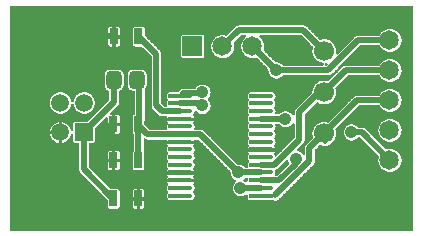
<source format=gtl>
%FSLAX33Y33*%
%MOMM*%
%AMRect-W1650000-H1650000-RO1.500*
21,1,1.65,1.65,0.,0.,90*%
%AMRect-W1650000-H1650000-RO1.000*
21,1,1.65,1.65,0.,0.,180*%
%AMRR-H1470000-W1285000-R300000-RO0.000*
21,1,0.685,1.47,0.,0.,360*
21,1,1.285,0.87,0.,0.,360*
1,1,0.6,-0.3425,0.435*
1,1,0.6,0.3425,0.435*
1,1,0.6,0.3425,-0.435*
1,1,0.6,-0.3425,-0.435*%
%AMRect-W1500000-H1500000-RO0.500*
21,1,1.5,1.5,0.,0.,270*%
%AMRect-W670710-H1320710-RO1.000*
21,1,0.67071,1.32071,0.,0.,180*%
%AMRect-W1700000-H1700000-RO1.000*
21,1,1.7,1.7,0.,0.,180*%
%AMRect-W2052833-H422672-RO1.000*
21,1,2.052833,0.422672,0.,0.,180*%
%AMRR-H422672-W2052833-R211336-RO1.000*
21,1,1.630161,0.422672,0.,0.,180*
1,1,0.422672,0.8150805,-0.*
1,1,0.422672,-0.8150805,-0.*
1,1,0.422672,-0.8150805,0.*
1,1,0.422672,0.8150805,0.*%
%ADD10C,0.0508*%
%ADD11C,0.508*%
%ADD12C,1.0668*%
%ADD13C,1.65*%
%ADD14Rect-W1650000-H1650000-RO1.500*%
%ADD15C,1.65*%
%ADD16Rect-W1650000-H1650000-RO1.000*%
%ADD17RR-H1470000-W1285000-R300000-RO0.000*%
%ADD18C,1.5*%
%ADD19C,3.*%
%ADD20Rect-W1500000-H1500000-RO0.500*%
%ADD21Rect-W670710-H1320710-RO1.000*%
%ADD22R,0.67071X1.32071*%
%ADD23C,1.7*%
%ADD24Rect-W1700000-H1700000-RO1.000*%
%ADD25Rect-W2052833-H422672-RO1.000*%
%ADD26RR-H422672-W2052833-R211336-RO1.000*%
D10*
%LNpour fill*%
G01*
X34500Y19550D02*
X34500Y19550D01*
X0500Y19550*
X0500Y0550*
X34500Y0550*
X34500Y19550*
X23082Y13378D02*
X22904Y13378D01*
X22731Y13420*
X22574Y13503*
X22441Y13621*
X22340Y13767*
X22277Y13933*
X22255Y14110*
X22265Y14190*
X21306Y15149*
X21105Y15100*
X20857Y15100*
X20616Y15159*
X20397Y15275*
X20211Y15439*
X20070Y15643*
X19982Y15875*
X19952Y16122*
X19982Y16368*
X20070Y16600*
X20211Y16804*
X20387Y16960*
X20356Y17042*
X20009Y17042*
X19412Y16444*
X19441Y16368*
X19470Y16122*
X19441Y15875*
X19353Y15643*
X19212Y15439*
X19026Y15275*
X18806Y15159*
X18565Y15100*
X18317Y15100*
X18076Y15159*
X17857Y15275*
X17671Y15439*
X17530Y15643*
X17442Y15875*
X17412Y16122*
X17442Y16368*
X17530Y16600*
X17671Y16804*
X17857Y16969*
X18076Y17084*
X18317Y17143*
X18565Y17143*
X18766Y17094*
X19496Y17824*
X19565Y17881*
X19644Y17923*
X19730Y17949*
X19820Y17958*
X25260Y17958*
X25350Y17949*
X25436Y17923*
X25515Y17881*
X25584Y17824*
X26680Y16728*
X26898Y16782*
X27152Y16782*
X27399Y16721*
X27624Y16603*
X27814Y16434*
X27958Y16225*
X28049Y15988*
X28079Y15735*
X28053Y15522*
X28135Y15483*
X29626Y16974*
X29695Y17031*
X29775Y17073*
X29861Y17099*
X29950Y17108*
X31675Y17108*
X31830Y17332*
X32015Y17497*
X32235Y17612*
X32476Y17672*
X32724Y17672*
X32965Y17612*
X33185Y17497*
X33370Y17332*
X33511Y17128*
X33599Y16896*
X33629Y16650*
X33599Y16404*
X33511Y16172*
X33370Y15968*
X33185Y15803*
X32965Y15688*
X32724Y15628*
X32476Y15628*
X32235Y15688*
X32015Y15803*
X31830Y15968*
X31675Y16192*
X30140Y16192*
X27734Y13786*
X27665Y13729*
X27585Y13687*
X27499Y13661*
X27410Y13652*
X23566Y13652*
X23545Y13621*
X23412Y13503*
X23255Y13420*
X23082Y13378*
X9141Y17052D02*
X8703Y17052D01*
X8703Y17610*
X8706Y17642*
X8713Y17673*
X8726Y17703*
X8742Y17730*
X8763Y17755*
X8787Y17776*
X8815Y17792*
X8844Y17805*
X8876Y17812*
X8908Y17815*
X9141Y17815*
X9141Y17052*
X13659Y10077D02*
X13687Y10167D01*
X13300Y10167*
X13211Y10176*
X13125Y10202*
X13045Y10244*
X12976Y10301*
X12501Y10776*
X12444Y10845*
X12402Y10925*
X12376Y11011*
X12367Y11100*
X12367Y15278*
X11559Y16085*
X11007Y16085*
X10976Y16088*
X10944Y16095*
X10915Y16108*
X10887Y16124*
X10863Y16145*
X10842Y16170*
X10826Y16197*
X10813Y16227*
X10806Y16258*
X10803Y16290*
X10803Y17610*
X10806Y17642*
X10813Y17673*
X10826Y17703*
X10842Y17730*
X10863Y17755*
X10887Y17776*
X10915Y17792*
X10944Y17805*
X10976Y17812*
X11008Y17815*
X11678Y17815*
X11710Y17812*
X11741Y17805*
X11771Y17792*
X11798Y17776*
X11823Y17755*
X11843Y17730*
X11860Y17703*
X11872Y17673*
X11880Y17642*
X11882Y17610*
X11882Y17058*
X13149Y15792*
X13206Y15722*
X13248Y15643*
X13274Y15557*
X13283Y15468*
X13283Y11290*
X13490Y11083*
X13687Y11083*
X13653Y11194*
X13645Y11275*
X13653Y11356*
X13677Y11434*
X13715Y11505*
X13793Y11600*
X13715Y11695*
X13677Y11766*
X13653Y11844*
X13645Y11925*
X13653Y12006*
X13677Y12084*
X13715Y12155*
X13767Y12218*
X13829Y12270*
X13901Y12308*
X13979Y12332*
X14060Y12340*
X14678Y12340*
X14705Y12391*
X14762Y12460*
X14832Y12517*
X14911Y12560*
X14997Y12586*
X15086Y12595*
X16092Y12595*
X16174Y12714*
X16307Y12832*
X16465Y12915*
X16637Y12957*
X16815Y12957*
X16988Y12915*
X17145Y12832*
X17278Y12714*
X17379Y12568*
X17442Y12402*
X17464Y12225*
X17442Y12048*
X17379Y11882*
X17278Y11736*
X17196Y11662*
X17278Y11589*
X17379Y11443*
X17442Y11277*
X17464Y11100*
X17442Y10923*
X17379Y10757*
X17278Y10611*
X17145Y10493*
X16988Y10410*
X16815Y10368*
X16637Y10368*
X16465Y10410*
X16307Y10493*
X16173Y10612*
X16100Y10584*
X16097Y10544*
X16073Y10466*
X16035Y10395*
X15957Y10300*
X16035Y10205*
X16073Y10134*
X16090Y10077*
X13659Y10077*
X9782Y17052D02*
X9344Y17052D01*
X9344Y17815*
X9578Y17815*
X9610Y17812*
X9641Y17805*
X9671Y17792*
X9698Y17776*
X9723Y17755*
X9743Y17730*
X9760Y17703*
X9772Y17673*
X9780Y17642*
X9782Y17610*
X9782Y17052*
X16726Y15092D02*
X15076Y15092D01*
X15044Y15095*
X15013Y15102*
X14984Y15115*
X14956Y15131*
X14932Y15152*
X14911Y15177*
X14894Y15204*
X14882Y15234*
X14875Y15265*
X14872Y15297*
X14872Y16947*
X14875Y16979*
X14882Y17010*
X14894Y17039*
X14911Y17067*
X14932Y17091*
X14956Y17112*
X14984Y17129*
X15013Y17141*
X15044Y17148*
X15076Y17151*
X16726Y17151*
X16758Y17148*
X16789Y17141*
X16819Y17129*
X16846Y17112*
X16871Y17091*
X16891Y17067*
X16908Y17039*
X16920Y17010*
X16928Y16979*
X16930Y16947*
X16930Y15297*
X16928Y15265*
X16920Y15234*
X16908Y15204*
X16891Y15177*
X16871Y15152*
X16846Y15131*
X16819Y15115*
X16789Y15102*
X16758Y15095*
X16726Y15092*
X9578Y16085D02*
X9344Y16085D01*
X9344Y16848*
X9782Y16848*
X9782Y16290*
X9780Y16258*
X9772Y16227*
X9760Y16197*
X9743Y16170*
X9723Y16145*
X9698Y16124*
X9671Y16108*
X9641Y16095*
X9610Y16088*
X9578Y16085*
X9141Y16085D02*
X8907Y16085D01*
X8876Y16088*
X8844Y16095*
X8815Y16108*
X8787Y16124*
X8763Y16145*
X8742Y16170*
X8726Y16197*
X8713Y16227*
X8706Y16258*
X8703Y16290*
X8703Y16848*
X9141Y16848*
X9141Y16085*
X13659Y8127D02*
X13687Y8217D01*
X12075Y8217*
X11986Y8226*
X11900Y8252*
X11773Y8319*
X11773Y7298*
X11794Y7280*
X11815Y7255*
X11832Y7228*
X11844Y7198*
X11852Y7167*
X11854Y7135*
X11854Y5815*
X11852Y5783*
X11844Y5752*
X11832Y5722*
X11815Y5695*
X11794Y5670*
X11770Y5649*
X11743Y5633*
X11713Y5620*
X11682Y5613*
X11650Y5610*
X10979Y5610*
X10947Y5613*
X10916Y5620*
X10887Y5633*
X10859Y5649*
X10835Y5670*
X10814Y5695*
X10797Y5722*
X10785Y5752*
X10778Y5783*
X10775Y5815*
X10775Y7135*
X10778Y7167*
X10785Y7198*
X10797Y7228*
X10814Y7255*
X10835Y7280*
X10856Y7298*
X10856Y8687*
X10835Y8706*
X10814Y8730*
X10797Y8757*
X10785Y8787*
X10778Y8818*
X10775Y8850*
X10775Y10171*
X10778Y10203*
X10785Y10234*
X10797Y10263*
X10814Y10291*
X10835Y10315*
X10859Y10336*
X10887Y10353*
X10916Y10365*
X10967Y10377*
X10967Y12343*
X10846Y12343*
X10767Y12350*
X10691Y12368*
X10617Y12398*
X10550Y12440*
X10490Y12491*
X10438Y12551*
X10397Y12619*
X10367Y12692*
X10348Y12769*
X10342Y12848*
X10342Y13716*
X10348Y13795*
X10367Y13871*
X10397Y13945*
X10438Y14012*
X10490Y14072*
X10550Y14124*
X10617Y14165*
X10691Y14195*
X10767Y14214*
X10846Y14220*
X11529Y14220*
X11608Y14214*
X11685Y14195*
X11758Y14165*
X11826Y14124*
X11886Y14072*
X11937Y14012*
X11979Y13945*
X12009Y13871*
X12027Y13795*
X12034Y13716*
X12034Y12848*
X12027Y12769*
X12009Y12692*
X11979Y12619*
X11937Y12551*
X11883Y12488*
X11883Y9975*
X11874Y9886*
X11854Y9819*
X11854Y9544*
X12265Y9133*
X13687Y9133*
X13653Y9244*
X13645Y9325*
X13653Y9406*
X13677Y9484*
X13715Y9555*
X13793Y9650*
X13715Y9745*
X13677Y9816*
X13659Y9873*
X16090Y9873*
X16073Y9816*
X16035Y9745*
X15957Y9650*
X16035Y9555*
X16073Y9484*
X16097Y9406*
X16104Y9325*
X16097Y9244*
X16063Y9133*
X16550Y9133*
X16639Y9124*
X16725Y9098*
X16805Y9056*
X16874Y8999*
X19716Y6157*
X19889Y6157*
X20062Y6115*
X20219Y6032*
X20352Y5914*
X20373Y5883*
X20537Y5883*
X20503Y5994*
X20496Y6075*
X20503Y6156*
X20527Y6234*
X20565Y6305*
X20643Y6400*
X20565Y6495*
X20527Y6566*
X20503Y6644*
X20496Y6725*
X20503Y6806*
X20527Y6884*
X20565Y6955*
X20643Y7050*
X20565Y7145*
X20527Y7216*
X20510Y7273*
X22941Y7273*
X22923Y7216*
X22885Y7145*
X22807Y7050*
X22885Y6955*
X22940Y6852*
X24492Y8403*
X24492Y9567*
X24403Y9595*
X24327Y9486*
X24194Y9368*
X24037Y9285*
X23864Y9243*
X23686Y9243*
X23513Y9285*
X23356Y9368*
X23223Y9486*
X23202Y9517*
X22913Y9517*
X22947Y9406*
X22955Y9325*
X22947Y9244*
X22923Y9166*
X22885Y9095*
X22807Y9000*
X22885Y8905*
X22923Y8834*
X22947Y8756*
X22955Y8675*
X22947Y8594*
X22923Y8516*
X22885Y8445*
X22807Y8350*
X22885Y8255*
X22923Y8184*
X22947Y8106*
X22955Y8025*
X22947Y7944*
X22923Y7866*
X22885Y7795*
X22807Y7700*
X22885Y7605*
X22923Y7534*
X22941Y7477*
X20510Y7477*
X20527Y7534*
X20565Y7605*
X20643Y7700*
X20565Y7795*
X20527Y7866*
X20503Y7944*
X20496Y8025*
X20503Y8106*
X20527Y8184*
X20565Y8255*
X20643Y8350*
X20565Y8445*
X20527Y8516*
X20503Y8594*
X20496Y8675*
X20503Y8756*
X20527Y8834*
X20565Y8905*
X20643Y9000*
X20565Y9095*
X20527Y9166*
X20503Y9244*
X20496Y9325*
X20503Y9406*
X20527Y9484*
X20565Y9555*
X20643Y9650*
X20565Y9745*
X20527Y9816*
X20503Y9894*
X20496Y9975*
X20503Y10056*
X20527Y10134*
X20565Y10205*
X20643Y10300*
X20565Y10395*
X20527Y10466*
X20503Y10544*
X20496Y10625*
X20503Y10706*
X20527Y10784*
X20565Y10855*
X20643Y10950*
X20565Y11045*
X20527Y11116*
X20503Y11194*
X20496Y11275*
X20503Y11356*
X20527Y11434*
X20565Y11505*
X20643Y11600*
X20565Y11695*
X20527Y11766*
X20503Y11844*
X20496Y11925*
X20503Y12006*
X20527Y12084*
X20565Y12155*
X20617Y12218*
X20680Y12270*
X20751Y12308*
X20829Y12332*
X20910Y12340*
X22540Y12340*
X22621Y12332*
X22699Y12308*
X22771Y12270*
X22833Y12218*
X22885Y12155*
X22923Y12084*
X22947Y12006*
X22955Y11925*
X22947Y11844*
X22923Y11766*
X22885Y11695*
X22807Y11600*
X22885Y11505*
X22923Y11434*
X22947Y11356*
X22955Y11275*
X22947Y11194*
X22923Y11116*
X22885Y11045*
X22807Y10950*
X22885Y10855*
X22923Y10784*
X22947Y10706*
X22955Y10625*
X22947Y10544*
X22913Y10433*
X23202Y10433*
X23223Y10464*
X23356Y10582*
X23513Y10665*
X23686Y10707*
X23864Y10707*
X24037Y10665*
X24194Y10582*
X24327Y10464*
X24403Y10355*
X24492Y10383*
X24492Y10525*
X24501Y10614*
X24527Y10700*
X24569Y10780*
X24626Y10849*
X25975Y12198*
X25971Y12235*
X26001Y12488*
X26092Y12725*
X26236Y12934*
X26426Y13103*
X26651Y13221*
X26898Y13282*
X27152Y13282*
X27370Y13228*
X28576Y14434*
X28645Y14491*
X28724Y14533*
X28810Y14559*
X28900Y14568*
X31675Y14568*
X31830Y14792*
X32015Y14957*
X32235Y15072*
X32476Y15132*
X32724Y15132*
X32965Y15072*
X33185Y14957*
X33370Y14792*
X33511Y14588*
X33599Y14356*
X33629Y14110*
X33599Y13864*
X33511Y13632*
X33370Y13428*
X33185Y13263*
X32965Y13148*
X32724Y13088*
X32476Y13088*
X32235Y13148*
X32015Y13263*
X31830Y13428*
X31675Y13652*
X29089Y13652*
X28015Y12577*
X28049Y12488*
X28079Y12235*
X28049Y11983*
X27958Y11745*
X27814Y11536*
X27624Y11368*
X27399Y11250*
X27152Y11189*
X26898Y11189*
X26651Y11250*
X26436Y11363*
X25408Y10335*
X25408Y8214*
X25399Y8124*
X25373Y8038*
X25331Y7959*
X25274Y7890*
X24774Y7390*
X24794Y7319*
X24912Y7290*
X25069Y7207*
X25202Y7089*
X25278Y6980*
X25367Y7008*
X25367Y7535*
X25376Y7625*
X25402Y7711*
X25444Y7790*
X25501Y7859*
X26035Y8394*
X26001Y8483*
X25971Y8735*
X26001Y8988*
X26092Y9225*
X26236Y9434*
X26426Y9603*
X26651Y9721*
X26898Y9782*
X27152Y9782*
X27370Y9728*
X29536Y11894*
X29605Y11951*
X29684Y11993*
X29770Y12019*
X29860Y12028*
X31675Y12028*
X31830Y12252*
X32015Y12417*
X32235Y12532*
X32476Y12592*
X32724Y12592*
X32965Y12532*
X33185Y12417*
X33370Y12252*
X33511Y12048*
X33599Y11816*
X33629Y11570*
X33599Y11324*
X33511Y11092*
X33370Y10888*
X33185Y10723*
X32965Y10608*
X32724Y10548*
X32476Y10548*
X32235Y10608*
X32015Y10723*
X31830Y10888*
X31675Y11112*
X30049Y11112*
X28015Y9077*
X28049Y8988*
X28079Y8735*
X28049Y8483*
X27958Y8245*
X27814Y8036*
X27624Y7868*
X27475Y7790*
X27400Y7728*
X27320Y7686*
X27234Y7661*
X27145Y7652*
X27055Y7661*
X26966Y7689*
X26898Y7689*
X26680Y7743*
X26283Y7346*
X26283Y6425*
X26274Y6336*
X26248Y6250*
X26206Y6170*
X26149Y6101*
X23224Y3176*
X23155Y3119*
X23075Y3077*
X22989Y3051*
X22900Y3042*
X22811Y3051*
X22775Y3061*
X22752Y3059*
X20699Y3059*
X20667Y3062*
X20636Y3069*
X20606Y3082*
X20579Y3098*
X20554Y3119*
X20534Y3144*
X20517Y3171*
X20505Y3201*
X20497Y3232*
X20495Y3264*
X20495Y3507*
X20420Y3541*
X20394Y3518*
X20237Y3435*
X20064Y3393*
X19886Y3393*
X19713Y3435*
X19556Y3518*
X19423Y3636*
X19322Y3782*
X19259Y3948*
X19237Y4125*
X19259Y4302*
X19322Y4468*
X19423Y4614*
X19552Y4728*
X19381Y4818*
X19248Y4936*
X19147Y5082*
X19084Y5248*
X19062Y5425*
X19072Y5505*
X16360Y8217*
X16063Y8217*
X16090Y8127*
X13659Y8127*
X4802Y9797D02*
X4815Y9797D01*
X5038Y9742*
X5242Y9635*
X5414Y9483*
X5545Y9293*
X5642Y9038*
X5746Y9057*
X5746Y9600*
X5748Y9632*
X5756Y9663*
X5768Y9693*
X5785Y9720*
X5806Y9744*
X5830Y9765*
X5857Y9782*
X5887Y9794*
X5918Y9802*
X5950Y9804*
X7006Y9804*
X8785Y11583*
X8785Y12352*
X8672Y12398*
X8605Y12440*
X8545Y12491*
X8493Y12551*
X8452Y12619*
X8422Y12692*
X8403Y12769*
X8397Y12848*
X8397Y13716*
X8403Y13795*
X8422Y13871*
X8452Y13945*
X8493Y14012*
X8545Y14072*
X8605Y14124*
X8672Y14165*
X8746Y14195*
X8822Y14214*
X8901Y14220*
X9584Y14220*
X9663Y14214*
X9740Y14195*
X9813Y14165*
X9881Y14124*
X9941Y14072*
X9992Y14012*
X10034Y13945*
X10064Y13871*
X10082Y13795*
X10089Y13716*
X10089Y12848*
X10082Y12769*
X10064Y12692*
X10034Y12619*
X9992Y12551*
X9941Y12491*
X9881Y12440*
X9813Y12398*
X9701Y12352*
X9701Y11393*
X9692Y11303*
X9666Y11218*
X9624Y11138*
X9567Y11069*
X8951Y10453*
X8984Y10375*
X9113Y10375*
X9113Y9612*
X8675Y9612*
X8675Y10066*
X8597Y10099*
X7654Y9156*
X7654Y8100*
X7652Y8068*
X7644Y8037*
X7632Y8007*
X7615Y7980*
X7594Y7956*
X7570Y7935*
X7543Y7918*
X7513Y7906*
X7482Y7898*
X7450Y7896*
X7158Y7896*
X7158Y5890*
X8958Y4090*
X9550Y4090*
X9582Y4087*
X9613Y4080*
X9643Y4067*
X9670Y4051*
X9694Y4030*
X9715Y4005*
X9732Y3978*
X9744Y3948*
X9752Y3917*
X9754Y3885*
X9754Y2565*
X9752Y2533*
X9744Y2502*
X9732Y2472*
X9715Y2445*
X9694Y2420*
X9670Y2399*
X9643Y2383*
X9613Y2370*
X9582Y2363*
X9550Y2360*
X8879Y2360*
X8847Y2363*
X8816Y2370*
X8787Y2383*
X8759Y2399*
X8735Y2420*
X8714Y2445*
X8697Y2472*
X8685Y2502*
X8678Y2533*
X8675Y2565*
X8675Y3077*
X6376Y5376*
X6319Y5445*
X6277Y5525*
X6251Y5611*
X6242Y5700*
X6242Y7896*
X5950Y7896*
X5918Y7898*
X5887Y7906*
X5857Y7918*
X5830Y7935*
X5806Y7956*
X5785Y7980*
X5768Y8007*
X5756Y8037*
X5748Y8068*
X5746Y8100*
X5746Y8643*
X5642Y8662*
X5545Y8407*
X5414Y8217*
X5242Y8065*
X5038Y7958*
X4815Y7903*
X4802Y7903*
X4802Y9797*
X4815Y10403D02*
X4585Y10403D01*
X4362Y10458*
X4158Y10565*
X3986Y10717*
X3855Y10907*
X3774Y11122*
X3746Y11350*
X3774Y11578*
X3855Y11793*
X3986Y11983*
X4158Y12135*
X4362Y12242*
X4585Y12297*
X4815Y12297*
X5038Y12242*
X5242Y12135*
X5414Y11983*
X5545Y11793*
X5626Y11578*
X5644Y11436*
X5756Y11436*
X5774Y11578*
X5855Y11793*
X5986Y11983*
X6158Y12135*
X6362Y12242*
X6585Y12297*
X6815Y12297*
X7038Y12242*
X7242Y12135*
X7414Y11983*
X7545Y11793*
X7626Y11578*
X7654Y11350*
X7626Y11122*
X7545Y10907*
X7414Y10717*
X7242Y10565*
X7038Y10458*
X6815Y10403*
X6585Y10403*
X6362Y10458*
X6158Y10565*
X5986Y10717*
X5855Y10907*
X5774Y11122*
X5756Y11264*
X5644Y11264*
X5626Y11122*
X5545Y10907*
X5414Y10717*
X5242Y10565*
X5038Y10458*
X4815Y10403*
X9754Y9612D02*
X9316Y9612D01*
X9316Y10375*
X9550Y10375*
X9582Y10372*
X9613Y10365*
X9643Y10353*
X9670Y10336*
X9694Y10315*
X9715Y10291*
X9732Y10263*
X9744Y10234*
X9752Y10203*
X9754Y10171*
X9754Y9612*
X32724Y8008D02*
X32476Y8008D01*
X32235Y8068*
X32015Y8183*
X31830Y8348*
X31689Y8552*
X31601Y8784*
X31571Y9030*
X31601Y9276*
X31689Y9508*
X31830Y9712*
X32015Y9877*
X32235Y9992*
X32476Y10052*
X32724Y10052*
X32965Y9992*
X33185Y9877*
X33370Y9712*
X33511Y9508*
X33599Y9276*
X33629Y9030*
X33599Y8784*
X33511Y8552*
X33370Y8348*
X33185Y8183*
X32965Y8068*
X32724Y8008*
X4598Y8952D02*
X3758Y8952D01*
X3774Y9078*
X3855Y9293*
X3986Y9483*
X4158Y9635*
X4362Y9742*
X4585Y9797*
X4598Y9797*
X4598Y8952*
X32724Y5468D02*
X32476Y5468D01*
X32235Y5528*
X32015Y5643*
X31830Y5808*
X31689Y6012*
X31601Y6244*
X31571Y6490*
X31601Y6736*
X31630Y6812*
X30050Y8392*
X29948Y8392*
X29927Y8361*
X29794Y8243*
X29637Y8160*
X29464Y8118*
X29286Y8118*
X29113Y8160*
X28956Y8243*
X28823Y8361*
X28722Y8507*
X28659Y8673*
X28637Y8850*
X28659Y9027*
X28722Y9193*
X28823Y9339*
X28956Y9457*
X29113Y9540*
X29286Y9582*
X29464Y9582*
X29637Y9540*
X29794Y9457*
X29927Y9339*
X29948Y9308*
X30240Y9308*
X30329Y9299*
X30415Y9273*
X30495Y9231*
X30564Y9174*
X32276Y7462*
X32476Y7512*
X32724Y7512*
X32965Y7452*
X33185Y7337*
X33370Y7172*
X33511Y6968*
X33599Y6736*
X33629Y6490*
X33599Y6244*
X33511Y6012*
X33370Y5808*
X33185Y5643*
X32965Y5528*
X32724Y5468*
X9550Y8646D02*
X9316Y8646D01*
X9316Y9409*
X9754Y9409*
X9754Y8850*
X9752Y8818*
X9744Y8787*
X9732Y8757*
X9715Y8730*
X9694Y8706*
X9670Y8685*
X9643Y8668*
X9613Y8656*
X9582Y8648*
X9550Y8646*
X9113Y8646D02*
X8879Y8646D01*
X8847Y8648*
X8816Y8656*
X8787Y8668*
X8759Y8685*
X8735Y8706*
X8714Y8730*
X8697Y8757*
X8685Y8787*
X8678Y8818*
X8675Y8850*
X8675Y9409*
X9113Y9409*
X9113Y8646*
X4598Y7903D02*
X4585Y7903D01*
X4362Y7958*
X4158Y8065*
X3986Y8217*
X3855Y8407*
X3774Y8622*
X3758Y8748*
X4598Y8748*
X4598Y7903*
X16090Y7923D02*
X16073Y7866D01*
X16035Y7795*
X15957Y7700*
X16035Y7605*
X16073Y7534*
X16097Y7456*
X16104Y7375*
X16097Y7294*
X16073Y7216*
X16035Y7145*
X15957Y7050*
X16035Y6955*
X16073Y6884*
X16097Y6806*
X16104Y6725*
X16097Y6644*
X16073Y6566*
X16035Y6495*
X15957Y6400*
X16035Y6305*
X16073Y6234*
X16097Y6156*
X16104Y6075*
X16097Y5994*
X16073Y5916*
X16035Y5845*
X15957Y5750*
X16035Y5655*
X16073Y5584*
X16090Y5527*
X13659Y5527*
X13677Y5584*
X13715Y5655*
X13793Y5750*
X13715Y5845*
X13677Y5916*
X13653Y5994*
X13645Y6075*
X13653Y6156*
X13677Y6234*
X13715Y6305*
X13793Y6400*
X13715Y6495*
X13677Y6566*
X13653Y6644*
X13645Y6725*
X13653Y6806*
X13677Y6884*
X13715Y6955*
X13793Y7050*
X13715Y7145*
X13677Y7216*
X13653Y7294*
X13645Y7375*
X13653Y7456*
X13677Y7534*
X13715Y7605*
X13793Y7700*
X13715Y7795*
X13677Y7866*
X13659Y7923*
X16090Y7923*
X9113Y6577D02*
X8675Y6577D01*
X8675Y7135*
X8678Y7167*
X8685Y7198*
X8697Y7228*
X8714Y7255*
X8735Y7280*
X8759Y7301*
X8787Y7317*
X8816Y7330*
X8847Y7337*
X8879Y7340*
X9113Y7340*
X9113Y6577*
X9754Y6577D02*
X9316Y6577D01*
X9316Y7340*
X9550Y7340*
X9582Y7337*
X9613Y7330*
X9643Y7317*
X9670Y7301*
X9694Y7280*
X9715Y7255*
X9732Y7228*
X9744Y7198*
X9752Y7167*
X9754Y7135*
X9754Y6577*
X9550Y5610D02*
X9316Y5610D01*
X9316Y6373*
X9754Y6373*
X9754Y5815*
X9752Y5783*
X9744Y5752*
X9732Y5722*
X9715Y5695*
X9694Y5670*
X9670Y5649*
X9643Y5633*
X9613Y5620*
X9582Y5613*
X9550Y5610*
X9113Y5610D02*
X8879Y5610D01*
X8847Y5613*
X8816Y5620*
X8787Y5633*
X8759Y5649*
X8735Y5670*
X8714Y5695*
X8697Y5722*
X8685Y5752*
X8678Y5783*
X8675Y5815*
X8675Y6373*
X9113Y6373*
X9113Y5610*
X16090Y5323D02*
X16073Y5266D01*
X16035Y5195*
X15957Y5100*
X16035Y5005*
X16073Y4934*
X16090Y4877*
X13659Y4877*
X13677Y4934*
X13715Y5005*
X13793Y5100*
X13715Y5195*
X13677Y5266*
X13659Y5323*
X16090Y5323*
X16090Y4673D02*
X16073Y4616D01*
X16035Y4545*
X15957Y4450*
X16035Y4355*
X16073Y4284*
X16097Y4206*
X16104Y4125*
X16097Y4044*
X16073Y3966*
X16035Y3895*
X15957Y3800*
X16035Y3705*
X16073Y3634*
X16097Y3556*
X16104Y3475*
X16097Y3394*
X16073Y3316*
X16035Y3245*
X15983Y3182*
X15920Y3130*
X15849Y3092*
X15771Y3068*
X15690Y3060*
X14060Y3060*
X13979Y3068*
X13901Y3092*
X13829Y3130*
X13767Y3182*
X13715Y3245*
X13677Y3316*
X13653Y3394*
X13645Y3475*
X13653Y3556*
X13677Y3634*
X13715Y3705*
X13793Y3800*
X13715Y3895*
X13677Y3966*
X13653Y4044*
X13645Y4125*
X13653Y4206*
X13677Y4284*
X13715Y4355*
X13793Y4450*
X13715Y4545*
X13677Y4616*
X13659Y4673*
X16090Y4673*
X11213Y3327D02*
X10775Y3327D01*
X10775Y3885*
X10778Y3917*
X10785Y3948*
X10797Y3978*
X10814Y4005*
X10835Y4030*
X10859Y4051*
X10887Y4067*
X10916Y4080*
X10947Y4087*
X10979Y4090*
X11213Y4090*
X11213Y3327*
X11854Y3327D02*
X11416Y3327D01*
X11416Y4090*
X11650Y4090*
X11682Y4087*
X11713Y4080*
X11743Y4067*
X11770Y4051*
X11794Y4030*
X11815Y4005*
X11832Y3978*
X11844Y3948*
X11852Y3917*
X11854Y3885*
X11854Y3327*
X11650Y2360D02*
X11416Y2360D01*
X11416Y3123*
X11854Y3123*
X11854Y2565*
X11852Y2533*
X11844Y2502*
X11832Y2472*
X11815Y2445*
X11794Y2420*
X11770Y2399*
X11743Y2383*
X11713Y2370*
X11682Y2363*
X11650Y2360*
X11213Y2360D02*
X10979Y2360D01*
X10947Y2363*
X10916Y2370*
X10887Y2383*
X10859Y2399*
X10835Y2420*
X10814Y2445*
X10797Y2472*
X10785Y2502*
X10778Y2533*
X10775Y2565*
X10775Y3123*
X11213Y3123*
X11213Y2360*
X0500Y0600D02*
X34500Y0600D01*
X0500Y0649D02*
X34500Y0649D01*
X0500Y0699D02*
X34500Y0699D01*
X0500Y0748D02*
X34500Y0748D01*
X0500Y0798D02*
X34500Y0798D01*
X0500Y0847D02*
X34500Y0847D01*
X0500Y0897D02*
X34500Y0897D01*
X0500Y0946D02*
X34500Y0946D01*
X0500Y0996D02*
X34500Y0996D01*
X0500Y1045D02*
X34500Y1045D01*
X0500Y1095D02*
X34500Y1095D01*
X0500Y1144D02*
X34500Y1144D01*
X0500Y1194D02*
X34500Y1194D01*
X0500Y1243D02*
X34500Y1243D01*
X0500Y1293D02*
X34500Y1293D01*
X0500Y1342D02*
X34500Y1342D01*
X0500Y1392D02*
X34500Y1392D01*
X0500Y1442D02*
X34500Y1442D01*
X0500Y1491D02*
X34500Y1491D01*
X0500Y1541D02*
X34500Y1541D01*
X0500Y1590D02*
X34500Y1590D01*
X0500Y1640D02*
X34500Y1640D01*
X0500Y1689D02*
X34500Y1689D01*
X0500Y1739D02*
X34500Y1739D01*
X0500Y1788D02*
X34500Y1788D01*
X0500Y1838D02*
X34500Y1838D01*
X0500Y1887D02*
X34500Y1887D01*
X0500Y1937D02*
X34500Y1937D01*
X0500Y1986D02*
X34500Y1986D01*
X0500Y2036D02*
X34500Y2036D01*
X0500Y2085D02*
X34500Y2085D01*
X0500Y2135D02*
X34500Y2135D01*
X0500Y2184D02*
X34500Y2184D01*
X0500Y2234D02*
X34500Y2234D01*
X0500Y2284D02*
X34500Y2284D01*
X0500Y2333D02*
X34500Y2333D01*
X0500Y2383D02*
X8786Y2383D01*
X9643Y2383D02*
X10886Y2383D01*
X11213Y2383D02*
X11416Y2383D01*
X11743Y2383D02*
X34500Y2383D01*
X0500Y2432D02*
X8724Y2432D01*
X9705Y2432D02*
X10824Y2432D01*
X11213Y2432D02*
X11416Y2432D01*
X11805Y2432D02*
X34500Y2432D01*
X0500Y2482D02*
X8693Y2482D01*
X9736Y2482D02*
X10793Y2482D01*
X11213Y2482D02*
X11416Y2482D01*
X11836Y2482D02*
X34500Y2482D01*
X0500Y2531D02*
X8678Y2531D01*
X9752Y2531D02*
X10778Y2531D01*
X11213Y2531D02*
X11416Y2531D01*
X11852Y2531D02*
X34500Y2531D01*
X0500Y2581D02*
X8675Y2581D01*
X9754Y2581D02*
X10775Y2581D01*
X11213Y2581D02*
X11416Y2581D01*
X11854Y2581D02*
X34500Y2581D01*
X0500Y2630D02*
X8675Y2630D01*
X9754Y2630D02*
X10775Y2630D01*
X11213Y2630D02*
X11416Y2630D01*
X11854Y2630D02*
X34500Y2630D01*
X0500Y2680D02*
X8675Y2680D01*
X9754Y2680D02*
X10775Y2680D01*
X11213Y2680D02*
X11416Y2680D01*
X11854Y2680D02*
X34500Y2680D01*
X0500Y2729D02*
X8675Y2729D01*
X9754Y2729D02*
X10775Y2729D01*
X11213Y2729D02*
X11416Y2729D01*
X11854Y2729D02*
X34500Y2729D01*
X0500Y2779D02*
X8675Y2779D01*
X9754Y2779D02*
X10775Y2779D01*
X11213Y2779D02*
X11416Y2779D01*
X11854Y2779D02*
X34500Y2779D01*
X0500Y2828D02*
X8675Y2828D01*
X9754Y2828D02*
X10775Y2828D01*
X11213Y2828D02*
X11416Y2828D01*
X11854Y2828D02*
X34500Y2828D01*
X0500Y2878D02*
X8675Y2878D01*
X9754Y2878D02*
X10775Y2878D01*
X11213Y2878D02*
X11416Y2878D01*
X11854Y2878D02*
X34500Y2878D01*
X0500Y2927D02*
X8675Y2927D01*
X9754Y2927D02*
X10775Y2927D01*
X11213Y2927D02*
X11416Y2927D01*
X11854Y2927D02*
X34500Y2927D01*
X0500Y2977D02*
X8675Y2977D01*
X9754Y2977D02*
X10775Y2977D01*
X11213Y2977D02*
X11416Y2977D01*
X11854Y2977D02*
X34500Y2977D01*
X0500Y3026D02*
X8675Y3026D01*
X9754Y3026D02*
X10775Y3026D01*
X11213Y3026D02*
X11416Y3026D01*
X11854Y3026D02*
X34500Y3026D01*
X0500Y3076D02*
X8675Y3076D01*
X9754Y3076D02*
X10775Y3076D01*
X11213Y3076D02*
X11416Y3076D01*
X11854Y3076D02*
X13953Y3076D01*
X15797Y3076D02*
X20619Y3076D01*
X23074Y3076D02*
X34500Y3076D01*
X0500Y3126D02*
X8626Y3126D01*
X9754Y3126D02*
X13838Y3126D01*
X15912Y3126D02*
X20549Y3126D01*
X23163Y3126D02*
X34500Y3126D01*
X0500Y3175D02*
X8577Y3175D01*
X9754Y3175D02*
X13775Y3175D01*
X15975Y3175D02*
X20515Y3175D01*
X23223Y3175D02*
X34500Y3175D01*
X0500Y3225D02*
X8527Y3225D01*
X9754Y3225D02*
X13731Y3225D01*
X16018Y3225D02*
X20498Y3225D01*
X23273Y3225D02*
X34500Y3225D01*
X0500Y3274D02*
X8477Y3274D01*
X9754Y3274D02*
X13699Y3274D01*
X16051Y3274D02*
X20494Y3274D01*
X23323Y3274D02*
X34500Y3274D01*
X0500Y3324D02*
X8428Y3324D01*
X9754Y3324D02*
X13674Y3324D01*
X16075Y3324D02*
X20494Y3324D01*
X23372Y3324D02*
X34500Y3324D01*
X0500Y3373D02*
X8378Y3373D01*
X9754Y3373D02*
X10775Y3373D01*
X11213Y3373D02*
X11416Y3373D01*
X11854Y3373D02*
X13659Y3373D01*
X16090Y3373D02*
X20494Y3373D01*
X23422Y3373D02*
X34500Y3373D01*
X0500Y3423D02*
X8329Y3423D01*
X9754Y3423D02*
X10775Y3423D01*
X11213Y3423D02*
X11416Y3423D01*
X11854Y3423D02*
X13650Y3423D01*
X16100Y3423D02*
X19763Y3423D01*
X20187Y3423D02*
X20494Y3423D01*
X23471Y3423D02*
X34500Y3423D01*
X0500Y3472D02*
X8279Y3472D01*
X9754Y3472D02*
X10775Y3472D01*
X11213Y3472D02*
X11416Y3472D01*
X11854Y3472D02*
X13645Y3472D01*
X16104Y3472D02*
X19643Y3472D01*
X20307Y3472D02*
X20494Y3472D01*
X23521Y3472D02*
X34500Y3472D01*
X0500Y3522D02*
X8230Y3522D01*
X9754Y3522D02*
X10775Y3522D01*
X11213Y3522D02*
X11416Y3522D01*
X11854Y3522D02*
X13650Y3522D01*
X16100Y3522D02*
X19551Y3522D01*
X20399Y3522D02*
X20461Y3522D01*
X23570Y3522D02*
X34500Y3522D01*
X0500Y3571D02*
X8180Y3571D01*
X9754Y3571D02*
X10775Y3571D01*
X11213Y3571D02*
X11416Y3571D01*
X11854Y3571D02*
X13658Y3571D01*
X16092Y3571D02*
X19495Y3571D01*
X23620Y3571D02*
X34500Y3571D01*
X0500Y3621D02*
X8131Y3621D01*
X9754Y3621D02*
X10775Y3621D01*
X11213Y3621D02*
X11416Y3621D01*
X11854Y3621D02*
X13673Y3621D01*
X16077Y3621D02*
X19439Y3621D01*
X23669Y3621D02*
X34500Y3621D01*
X0500Y3670D02*
X8081Y3670D01*
X9754Y3670D02*
X10775Y3670D01*
X11213Y3670D02*
X11416Y3670D01*
X11854Y3670D02*
X13696Y3670D01*
X16054Y3670D02*
X19399Y3670D01*
X23719Y3670D02*
X34500Y3670D01*
X0500Y3720D02*
X8032Y3720D01*
X9754Y3720D02*
X10775Y3720D01*
X11213Y3720D02*
X11416Y3720D01*
X11854Y3720D02*
X13727Y3720D01*
X16023Y3720D02*
X19365Y3720D01*
X23768Y3720D02*
X34500Y3720D01*
X0500Y3769D02*
X7982Y3769D01*
X9754Y3769D02*
X10775Y3769D01*
X11213Y3769D02*
X11416Y3769D01*
X11854Y3769D02*
X13767Y3769D01*
X15982Y3769D02*
X19330Y3769D01*
X23818Y3769D02*
X34500Y3769D01*
X0500Y3819D02*
X7933Y3819D01*
X9754Y3819D02*
X10775Y3819D01*
X11213Y3819D02*
X11416Y3819D01*
X11854Y3819D02*
X13777Y3819D01*
X15973Y3819D02*
X19308Y3819D01*
X23867Y3819D02*
X34500Y3819D01*
X0500Y3869D02*
X7883Y3869D01*
X9754Y3869D02*
X10775Y3869D01*
X11213Y3869D02*
X11416Y3869D01*
X11854Y3869D02*
X13736Y3869D01*
X16013Y3869D02*
X19289Y3869D01*
X23917Y3869D02*
X34500Y3869D01*
X0500Y3918D02*
X7834Y3918D01*
X9752Y3918D02*
X10778Y3918D01*
X11213Y3918D02*
X11416Y3918D01*
X11852Y3918D02*
X13702Y3918D01*
X16047Y3918D02*
X19270Y3918D01*
X23966Y3918D02*
X34500Y3918D01*
X0500Y3968D02*
X7784Y3968D01*
X9737Y3968D02*
X10793Y3968D01*
X11213Y3968D02*
X11416Y3968D01*
X11837Y3968D02*
X13676Y3968D01*
X16074Y3968D02*
X19256Y3968D01*
X24016Y3968D02*
X34500Y3968D01*
X0500Y4017D02*
X7735Y4017D01*
X9706Y4017D02*
X10824Y4017D01*
X11213Y4017D02*
X11416Y4017D01*
X11806Y4017D02*
X13661Y4017D01*
X16089Y4017D02*
X19250Y4017D01*
X24065Y4017D02*
X34500Y4017D01*
X0500Y4067D02*
X7685Y4067D01*
X9644Y4067D02*
X10885Y4067D01*
X11213Y4067D02*
X11416Y4067D01*
X11744Y4067D02*
X13651Y4067D01*
X16099Y4067D02*
X19244Y4067D01*
X24115Y4067D02*
X34500Y4067D01*
X0500Y4116D02*
X7635Y4116D01*
X8932Y4116D02*
X13646Y4116D01*
X16104Y4116D02*
X19238Y4116D01*
X24165Y4116D02*
X34500Y4116D01*
X0500Y4166D02*
X7586Y4166D01*
X8883Y4166D02*
X13649Y4166D01*
X16101Y4166D02*
X19242Y4166D01*
X24214Y4166D02*
X34500Y4166D01*
X0500Y4215D02*
X7536Y4215D01*
X8833Y4215D02*
X13656Y4215D01*
X16094Y4215D02*
X19248Y4215D01*
X24264Y4215D02*
X34500Y4215D01*
X0500Y4265D02*
X7487Y4265D01*
X8784Y4265D02*
X13671Y4265D01*
X16079Y4265D02*
X19254Y4265D01*
X24313Y4265D02*
X34500Y4265D01*
X0500Y4314D02*
X7437Y4314D01*
X8734Y4314D02*
X13693Y4314D01*
X16057Y4314D02*
X19263Y4314D01*
X24363Y4314D02*
X34500Y4314D01*
X0500Y4364D02*
X7388Y4364D01*
X8685Y4364D02*
X13722Y4364D01*
X16028Y4364D02*
X19282Y4364D01*
X24412Y4364D02*
X34500Y4364D01*
X0500Y4413D02*
X7338Y4413D01*
X8635Y4413D02*
X13762Y4413D01*
X15987Y4413D02*
X19301Y4413D01*
X24462Y4413D02*
X34500Y4413D01*
X0500Y4463D02*
X7289Y4463D01*
X8585Y4463D02*
X13782Y4463D01*
X15968Y4463D02*
X19320Y4463D01*
X24511Y4463D02*
X34500Y4463D01*
X0500Y4512D02*
X7239Y4512D01*
X8536Y4512D02*
X13741Y4512D01*
X16008Y4512D02*
X19352Y4512D01*
X24561Y4512D02*
X34500Y4512D01*
X0500Y4562D02*
X7190Y4562D01*
X8486Y4562D02*
X13706Y4562D01*
X16044Y4562D02*
X19387Y4562D01*
X24610Y4562D02*
X34500Y4562D01*
X0500Y4611D02*
X7140Y4611D01*
X8437Y4611D02*
X13679Y4611D01*
X16071Y4611D02*
X19421Y4611D01*
X24660Y4611D02*
X34500Y4611D01*
X0500Y4661D02*
X7091Y4661D01*
X8387Y4661D02*
X13663Y4661D01*
X16087Y4661D02*
X19475Y4661D01*
X24709Y4661D02*
X34500Y4661D01*
X0500Y4711D02*
X7041Y4711D01*
X8338Y4711D02*
X19531Y4711D01*
X24759Y4711D02*
X34500Y4711D01*
X0500Y4760D02*
X6992Y4760D01*
X8288Y4760D02*
X19491Y4760D01*
X24808Y4760D02*
X34500Y4760D01*
X0500Y4810D02*
X6942Y4810D01*
X8239Y4810D02*
X19396Y4810D01*
X24858Y4810D02*
X34500Y4810D01*
X0500Y4859D02*
X6893Y4859D01*
X8189Y4859D02*
X19334Y4859D01*
X24907Y4859D02*
X34500Y4859D01*
X0500Y4909D02*
X6843Y4909D01*
X8140Y4909D02*
X13669Y4909D01*
X16081Y4909D02*
X19278Y4909D01*
X24957Y4909D02*
X34500Y4909D01*
X0500Y4958D02*
X6793Y4958D01*
X8090Y4958D02*
X13690Y4958D01*
X16060Y4958D02*
X19232Y4958D01*
X25007Y4958D02*
X34500Y4958D01*
X0500Y5008D02*
X6744Y5008D01*
X8041Y5008D02*
X13717Y5008D01*
X16033Y5008D02*
X19198Y5008D01*
X25056Y5008D02*
X34500Y5008D01*
X0500Y5057D02*
X6694Y5057D01*
X7991Y5057D02*
X13757Y5057D01*
X15992Y5057D02*
X19164Y5057D01*
X25106Y5057D02*
X34500Y5057D01*
X0500Y5107D02*
X6645Y5107D01*
X7942Y5107D02*
X13787Y5107D01*
X15963Y5107D02*
X19137Y5107D01*
X25155Y5107D02*
X34500Y5107D01*
X0500Y5156D02*
X6595Y5156D01*
X7892Y5156D02*
X13746Y5156D01*
X16003Y5156D02*
X19119Y5156D01*
X25205Y5156D02*
X34500Y5156D01*
X0500Y5206D02*
X6546Y5206D01*
X7843Y5206D02*
X13709Y5206D01*
X16041Y5206D02*
X19100Y5206D01*
X25254Y5206D02*
X34500Y5206D01*
X0500Y5255D02*
X6496Y5255D01*
X7793Y5255D02*
X13682Y5255D01*
X16067Y5255D02*
X19083Y5255D01*
X25304Y5255D02*
X34500Y5255D01*
X0500Y5305D02*
X6447Y5305D01*
X7743Y5305D02*
X13665Y5305D01*
X16085Y5305D02*
X19077Y5305D01*
X25353Y5305D02*
X34500Y5305D01*
X0500Y5354D02*
X6397Y5354D01*
X7694Y5354D02*
X19071Y5354D01*
X25403Y5354D02*
X34500Y5354D01*
X0500Y5404D02*
X6353Y5404D01*
X7644Y5404D02*
X19065Y5404D01*
X25452Y5404D02*
X34500Y5404D01*
X0500Y5453D02*
X6314Y5453D01*
X7595Y5453D02*
X19066Y5453D01*
X25502Y5453D02*
X34500Y5453D01*
X0500Y5503D02*
X6288Y5503D01*
X7545Y5503D02*
X19072Y5503D01*
X25551Y5503D02*
X32334Y5503D01*
X32866Y5503D02*
X34500Y5503D01*
X0500Y5553D02*
X6268Y5553D01*
X7496Y5553D02*
X13667Y5553D01*
X16083Y5553D02*
X19024Y5553D01*
X25601Y5553D02*
X32187Y5553D01*
X33013Y5553D02*
X34500Y5553D01*
X0500Y5602D02*
X6253Y5602D01*
X7446Y5602D02*
X13686Y5602D01*
X16063Y5602D02*
X18975Y5602D01*
X25650Y5602D02*
X32093Y5602D01*
X33107Y5602D02*
X34500Y5602D01*
X0500Y5652D02*
X6246Y5652D01*
X7397Y5652D02*
X8756Y5652D01*
X9113Y5652D02*
X9316Y5652D01*
X9673Y5652D02*
X10856Y5652D01*
X11773Y5652D02*
X13713Y5652D01*
X16037Y5652D02*
X18925Y5652D01*
X25700Y5652D02*
X32005Y5652D01*
X33195Y5652D02*
X34500Y5652D01*
X0500Y5701D02*
X6242Y5701D01*
X7347Y5701D02*
X8710Y5701D01*
X9113Y5701D02*
X9316Y5701D01*
X9719Y5701D02*
X10810Y5701D01*
X11819Y5701D02*
X13752Y5701D01*
X15997Y5701D02*
X18876Y5701D01*
X25749Y5701D02*
X31949Y5701D01*
X33251Y5701D02*
X34500Y5701D01*
X0500Y5751D02*
X6242Y5751D01*
X7298Y5751D02*
X8685Y5751D01*
X9113Y5751D02*
X9316Y5751D01*
X9744Y5751D02*
X10785Y5751D01*
X11844Y5751D02*
X13792Y5751D01*
X15958Y5751D02*
X18826Y5751D01*
X25799Y5751D02*
X31893Y5751D01*
X33307Y5751D02*
X34500Y5751D01*
X0500Y5800D02*
X6242Y5800D01*
X7248Y5800D02*
X8676Y5800D01*
X9113Y5800D02*
X9316Y5800D01*
X9753Y5800D02*
X10776Y5800D01*
X11853Y5800D02*
X13751Y5800D01*
X15998Y5800D02*
X18776Y5800D01*
X25849Y5800D02*
X31838Y5800D01*
X33362Y5800D02*
X34500Y5800D01*
X0500Y5850D02*
X6242Y5850D01*
X7199Y5850D02*
X8675Y5850D01*
X9113Y5850D02*
X9316Y5850D01*
X9754Y5850D02*
X10775Y5850D01*
X11854Y5850D02*
X13712Y5850D01*
X16038Y5850D02*
X18727Y5850D01*
X25898Y5850D02*
X31800Y5850D01*
X33400Y5850D02*
X34500Y5850D01*
X0500Y5899D02*
X6242Y5899D01*
X7158Y5899D02*
X8675Y5899D01*
X9113Y5899D02*
X9316Y5899D01*
X9754Y5899D02*
X10775Y5899D01*
X11854Y5899D02*
X13686Y5899D01*
X16064Y5899D02*
X18677Y5899D01*
X20363Y5899D02*
X20532Y5899D01*
X25948Y5899D02*
X31766Y5899D01*
X33434Y5899D02*
X34500Y5899D01*
X0500Y5949D02*
X6242Y5949D01*
X7158Y5949D02*
X8675Y5949D01*
X9113Y5949D02*
X9316Y5949D01*
X9754Y5949D02*
X10775Y5949D01*
X11854Y5949D02*
X13667Y5949D01*
X16083Y5949D02*
X18628Y5949D01*
X20313Y5949D02*
X20517Y5949D01*
X25997Y5949D02*
X31732Y5949D01*
X33468Y5949D02*
X34500Y5949D01*
X0500Y5998D02*
X6242Y5998D01*
X7158Y5998D02*
X8675Y5998D01*
X9113Y5998D02*
X9316Y5998D01*
X9754Y5998D02*
X10775Y5998D01*
X11854Y5998D02*
X13653Y5998D01*
X16097Y5998D02*
X18578Y5998D01*
X20257Y5998D02*
X20503Y5998D01*
X26047Y5998D02*
X31698Y5998D01*
X33502Y5998D02*
X34500Y5998D01*
X0500Y6048D02*
X6242Y6048D01*
X7158Y6048D02*
X8675Y6048D01*
X9113Y6048D02*
X9316Y6048D01*
X9754Y6048D02*
X10775Y6048D01*
X11854Y6048D02*
X13648Y6048D01*
X16102Y6048D02*
X18529Y6048D01*
X20189Y6048D02*
X20498Y6048D01*
X26096Y6048D02*
X31675Y6048D01*
X33525Y6048D02*
X34500Y6048D01*
X0500Y6097D02*
X6242Y6097D01*
X7158Y6097D02*
X8675Y6097D01*
X9113Y6097D02*
X9316Y6097D01*
X9754Y6097D02*
X10775Y6097D01*
X11854Y6097D02*
X13647Y6097D01*
X16103Y6097D02*
X18479Y6097D01*
X20095Y6097D02*
X20497Y6097D01*
X26146Y6097D02*
X31656Y6097D01*
X33544Y6097D02*
X34500Y6097D01*
X0500Y6147D02*
X6242Y6147D01*
X7158Y6147D02*
X8675Y6147D01*
X9113Y6147D02*
X9316Y6147D01*
X9754Y6147D02*
X10775Y6147D01*
X11854Y6147D02*
X13652Y6147D01*
X16098Y6147D02*
X18430Y6147D01*
X19932Y6147D02*
X20502Y6147D01*
X26187Y6147D02*
X31637Y6147D01*
X33563Y6147D02*
X34500Y6147D01*
X0500Y6196D02*
X6242Y6196D01*
X7158Y6196D02*
X8675Y6196D01*
X9113Y6196D02*
X9316Y6196D01*
X9754Y6196D02*
X10775Y6196D01*
X11854Y6196D02*
X13665Y6196D01*
X16084Y6196D02*
X18380Y6196D01*
X19677Y6196D02*
X20516Y6196D01*
X26220Y6196D02*
X31618Y6196D01*
X33582Y6196D02*
X34500Y6196D01*
X0500Y6246D02*
X6242Y6246D01*
X7158Y6246D02*
X8675Y6246D01*
X9113Y6246D02*
X9316Y6246D01*
X9754Y6246D02*
X10775Y6246D01*
X11854Y6246D02*
X13683Y6246D01*
X16067Y6246D02*
X18331Y6246D01*
X19627Y6246D02*
X20533Y6246D01*
X26247Y6246D02*
X31600Y6246D01*
X33600Y6246D02*
X34500Y6246D01*
X0500Y6295D02*
X6242Y6295D01*
X7158Y6295D02*
X8675Y6295D01*
X9113Y6295D02*
X9316Y6295D01*
X9754Y6295D02*
X10775Y6295D01*
X11854Y6295D02*
X13710Y6295D01*
X16040Y6295D02*
X18281Y6295D01*
X19578Y6295D02*
X20560Y6295D01*
X26262Y6295D02*
X31594Y6295D01*
X33606Y6295D02*
X34500Y6295D01*
X0500Y6345D02*
X6242Y6345D01*
X7158Y6345D02*
X8675Y6345D01*
X9113Y6345D02*
X9316Y6345D01*
X9754Y6345D02*
X10775Y6345D01*
X11854Y6345D02*
X13747Y6345D01*
X16002Y6345D02*
X18232Y6345D01*
X19528Y6345D02*
X20598Y6345D01*
X26276Y6345D02*
X31588Y6345D01*
X33612Y6345D02*
X34500Y6345D01*
X0500Y6395D02*
X6242Y6395D01*
X7158Y6395D02*
X10775Y6395D01*
X11854Y6395D02*
X13788Y6395D01*
X15962Y6395D02*
X18182Y6395D01*
X19479Y6395D02*
X20638Y6395D01*
X26280Y6395D02*
X31582Y6395D01*
X33618Y6395D02*
X34500Y6395D01*
X0500Y6444D02*
X6242Y6444D01*
X7158Y6444D02*
X10775Y6444D01*
X11854Y6444D02*
X13756Y6444D01*
X15993Y6444D02*
X18133Y6444D01*
X19429Y6444D02*
X20607Y6444D01*
X26283Y6444D02*
X31576Y6444D01*
X33624Y6444D02*
X34500Y6444D01*
X0500Y6494D02*
X6242Y6494D01*
X7158Y6494D02*
X10775Y6494D01*
X11854Y6494D02*
X13716Y6494D01*
X16034Y6494D02*
X18083Y6494D01*
X19380Y6494D02*
X20566Y6494D01*
X26283Y6494D02*
X31571Y6494D01*
X33629Y6494D02*
X34500Y6494D01*
X0500Y6543D02*
X6242Y6543D01*
X7158Y6543D02*
X10775Y6543D01*
X11854Y6543D02*
X13689Y6543D01*
X16061Y6543D02*
X18034Y6543D01*
X19330Y6543D02*
X20539Y6543D01*
X26283Y6543D02*
X31577Y6543D01*
X33623Y6543D02*
X34500Y6543D01*
X0500Y6593D02*
X6242Y6593D01*
X7158Y6593D02*
X8675Y6593D01*
X9113Y6593D02*
X9316Y6593D01*
X9754Y6593D02*
X10775Y6593D01*
X11854Y6593D02*
X13669Y6593D01*
X16081Y6593D02*
X17984Y6593D01*
X19281Y6593D02*
X20519Y6593D01*
X26283Y6593D02*
X31583Y6593D01*
X33617Y6593D02*
X34500Y6593D01*
X0500Y6642D02*
X6242Y6642D01*
X7158Y6642D02*
X8675Y6642D01*
X9113Y6642D02*
X9316Y6642D01*
X9754Y6642D02*
X10775Y6642D01*
X11854Y6642D02*
X13654Y6642D01*
X16096Y6642D02*
X17934Y6642D01*
X19231Y6642D02*
X20504Y6642D01*
X26283Y6642D02*
X31589Y6642D01*
X33611Y6642D02*
X34500Y6642D01*
X0500Y6692D02*
X6242Y6692D01*
X7158Y6692D02*
X8675Y6692D01*
X9113Y6692D02*
X9316Y6692D01*
X9754Y6692D02*
X10775Y6692D01*
X11854Y6692D02*
X13648Y6692D01*
X16101Y6692D02*
X17885Y6692D01*
X19182Y6692D02*
X20499Y6692D01*
X26283Y6692D02*
X31595Y6692D01*
X33605Y6692D02*
X34500Y6692D01*
X0500Y6741D02*
X6242Y6741D01*
X7158Y6741D02*
X8675Y6741D01*
X9113Y6741D02*
X9316Y6741D01*
X9754Y6741D02*
X10775Y6741D01*
X11854Y6741D02*
X13647Y6741D01*
X16103Y6741D02*
X17835Y6741D01*
X19132Y6741D02*
X20497Y6741D01*
X26283Y6741D02*
X31602Y6741D01*
X33598Y6741D02*
X34500Y6741D01*
X0500Y6791D02*
X6242Y6791D01*
X7158Y6791D02*
X8675Y6791D01*
X9113Y6791D02*
X9316Y6791D01*
X9754Y6791D02*
X10775Y6791D01*
X11854Y6791D02*
X13651Y6791D01*
X16098Y6791D02*
X17786Y6791D01*
X19083Y6791D02*
X20502Y6791D01*
X26283Y6791D02*
X31621Y6791D01*
X33579Y6791D02*
X34500Y6791D01*
X0500Y6840D02*
X6242Y6840D01*
X7158Y6840D02*
X8675Y6840D01*
X9113Y6840D02*
X9316Y6840D01*
X9754Y6840D02*
X10775Y6840D01*
X11854Y6840D02*
X13663Y6840D01*
X16086Y6840D02*
X17736Y6840D01*
X19033Y6840D02*
X20514Y6840D01*
X26283Y6840D02*
X31601Y6840D01*
X33560Y6840D02*
X34500Y6840D01*
X0500Y6890D02*
X6242Y6890D01*
X7158Y6890D02*
X8675Y6890D01*
X9113Y6890D02*
X9316Y6890D01*
X9754Y6890D02*
X10775Y6890D01*
X11854Y6890D02*
X13680Y6890D01*
X16070Y6890D02*
X17687Y6890D01*
X18984Y6890D02*
X20530Y6890D01*
X22920Y6890D02*
X22978Y6890D01*
X26283Y6890D02*
X31552Y6890D01*
X33541Y6890D02*
X34500Y6890D01*
X0500Y6939D02*
X6242Y6939D01*
X7158Y6939D02*
X8675Y6939D01*
X9113Y6939D02*
X9316Y6939D01*
X9754Y6939D02*
X10775Y6939D01*
X11854Y6939D02*
X13706Y6939D01*
X16043Y6939D02*
X17637Y6939D01*
X18934Y6939D02*
X20557Y6939D01*
X22894Y6939D02*
X23027Y6939D01*
X26283Y6939D02*
X31502Y6939D01*
X33523Y6939D02*
X34500Y6939D01*
X0500Y6989D02*
X6242Y6989D01*
X7158Y6989D02*
X8675Y6989D01*
X9113Y6989D02*
X9316Y6989D01*
X9754Y6989D02*
X10775Y6989D01*
X11854Y6989D02*
X13742Y6989D01*
X16007Y6989D02*
X17588Y6989D01*
X18884Y6989D02*
X20593Y6989D01*
X22858Y6989D02*
X23077Y6989D01*
X25272Y6989D02*
X25306Y6989D01*
X26283Y6989D02*
X31453Y6989D01*
X33497Y6989D02*
X34500Y6989D01*
X0500Y7038D02*
X6242Y7038D01*
X7158Y7038D02*
X8675Y7038D01*
X9113Y7038D02*
X9316Y7038D01*
X9754Y7038D02*
X10775Y7038D01*
X11854Y7038D02*
X13783Y7038D01*
X15967Y7038D02*
X17538Y7038D01*
X18835Y7038D02*
X20633Y7038D01*
X22817Y7038D02*
X23126Y7038D01*
X25237Y7038D02*
X25367Y7038D01*
X26283Y7038D02*
X31403Y7038D01*
X33463Y7038D02*
X34500Y7038D01*
X0500Y7088D02*
X6242Y7088D01*
X7158Y7088D02*
X8675Y7088D01*
X9113Y7088D02*
X9316Y7088D01*
X9754Y7088D02*
X10775Y7088D01*
X11854Y7088D02*
X13761Y7088D01*
X15988Y7088D02*
X17489Y7088D01*
X18785Y7088D02*
X20612Y7088D01*
X22839Y7088D02*
X23176Y7088D01*
X25203Y7088D02*
X25367Y7088D01*
X26283Y7088D02*
X31354Y7088D01*
X33429Y7088D02*
X34500Y7088D01*
X0500Y7137D02*
X6242Y7137D01*
X7158Y7137D02*
X8675Y7137D01*
X9113Y7137D02*
X9316Y7137D01*
X9754Y7137D02*
X10775Y7137D01*
X11854Y7137D02*
X13721Y7137D01*
X16029Y7137D02*
X17439Y7137D01*
X18736Y7137D02*
X20571Y7137D01*
X22879Y7137D02*
X23225Y7137D01*
X25148Y7137D02*
X25367Y7137D01*
X26283Y7137D02*
X31304Y7137D01*
X33395Y7137D02*
X34500Y7137D01*
X0500Y7187D02*
X6242Y7187D01*
X7158Y7187D02*
X8682Y7187D01*
X9113Y7187D02*
X9316Y7187D01*
X9747Y7187D02*
X10782Y7187D01*
X11847Y7187D02*
X13692Y7187D01*
X16058Y7187D02*
X17390Y7187D01*
X18686Y7187D02*
X20542Y7187D01*
X22908Y7187D02*
X23275Y7187D01*
X25092Y7187D02*
X25367Y7187D01*
X26283Y7187D02*
X31255Y7187D01*
X33354Y7187D02*
X34500Y7187D01*
X0500Y7237D02*
X6242Y7237D01*
X7158Y7237D02*
X8702Y7237D01*
X9113Y7237D02*
X9316Y7237D01*
X9727Y7237D02*
X10802Y7237D01*
X11827Y7237D02*
X13670Y7237D01*
X16079Y7237D02*
X17340Y7237D01*
X18637Y7237D02*
X20521Y7237D01*
X22930Y7237D02*
X23325Y7237D01*
X25013Y7237D02*
X25367Y7237D01*
X26283Y7237D02*
X31205Y7237D01*
X33298Y7237D02*
X34500Y7237D01*
X0500Y7286D02*
X6242Y7286D01*
X7158Y7286D02*
X8742Y7286D01*
X9113Y7286D02*
X9316Y7286D01*
X9687Y7286D02*
X10842Y7286D01*
X11787Y7286D02*
X13655Y7286D01*
X16094Y7286D02*
X17291Y7286D01*
X18587Y7286D02*
X23374Y7286D01*
X24919Y7286D02*
X25367Y7286D01*
X26283Y7286D02*
X31156Y7286D01*
X33243Y7286D02*
X34500Y7286D01*
X0500Y7336D02*
X6242Y7336D01*
X7158Y7336D02*
X8840Y7336D01*
X9113Y7336D02*
X9316Y7336D01*
X9589Y7336D02*
X10856Y7336D01*
X11773Y7336D02*
X13649Y7336D01*
X16101Y7336D02*
X17241Y7336D01*
X18538Y7336D02*
X23424Y7336D01*
X24790Y7336D02*
X25367Y7336D01*
X26283Y7336D02*
X31106Y7336D01*
X33187Y7336D02*
X34500Y7336D01*
X0500Y7385D02*
X6242Y7385D01*
X7158Y7385D02*
X10856Y7385D01*
X11773Y7385D02*
X13646Y7385D01*
X16104Y7385D02*
X17192Y7385D01*
X18488Y7385D02*
X23473Y7385D01*
X24776Y7385D02*
X25367Y7385D01*
X26323Y7385D02*
X31057Y7385D01*
X33094Y7385D02*
X34500Y7385D01*
X0500Y7435D02*
X6242Y7435D01*
X7158Y7435D02*
X10856Y7435D01*
X11773Y7435D02*
X13651Y7435D01*
X16099Y7435D02*
X17142Y7435D01*
X18439Y7435D02*
X23523Y7435D01*
X24819Y7435D02*
X25367Y7435D01*
X26373Y7435D02*
X31007Y7435D01*
X32999Y7435D02*
X34500Y7435D01*
X0500Y7484D02*
X6242Y7484D01*
X7158Y7484D02*
X10856Y7484D01*
X11773Y7484D02*
X13662Y7484D01*
X16088Y7484D02*
X17092Y7484D01*
X18389Y7484D02*
X20512Y7484D01*
X22938Y7484D02*
X23572Y7484D01*
X24869Y7484D02*
X25367Y7484D01*
X26422Y7484D02*
X30957Y7484D01*
X32254Y7484D02*
X32363Y7484D01*
X32837Y7484D02*
X34500Y7484D01*
X0500Y7534D02*
X6242Y7534D01*
X7158Y7534D02*
X10856Y7534D01*
X11773Y7534D02*
X13677Y7534D01*
X16073Y7534D02*
X17043Y7534D01*
X18340Y7534D02*
X20527Y7534D01*
X22923Y7534D02*
X23622Y7534D01*
X24918Y7534D02*
X25367Y7534D01*
X26472Y7534D02*
X30908Y7534D01*
X32205Y7534D02*
X34500Y7534D01*
X0500Y7583D02*
X6242Y7583D01*
X7158Y7583D02*
X10856Y7583D01*
X11773Y7583D02*
X13703Y7583D01*
X16047Y7583D02*
X16993Y7583D01*
X18290Y7583D02*
X20553Y7583D01*
X22897Y7583D02*
X23671Y7583D01*
X24968Y7583D02*
X25371Y7583D01*
X26521Y7583D02*
X30858Y7583D01*
X32155Y7583D02*
X34500Y7583D01*
X0500Y7633D02*
X6242Y7633D01*
X7158Y7633D02*
X10856Y7633D01*
X11773Y7633D02*
X13737Y7633D01*
X16012Y7633D02*
X16944Y7633D01*
X18241Y7633D02*
X20588Y7633D01*
X22863Y7633D02*
X23721Y7633D01*
X25017Y7633D02*
X25378Y7633D01*
X26571Y7633D02*
X30809Y7633D01*
X32106Y7633D02*
X34500Y7633D01*
X0500Y7682D02*
X6242Y7682D01*
X7158Y7682D02*
X10856Y7682D01*
X11773Y7682D02*
X13778Y7682D01*
X15972Y7682D02*
X16894Y7682D01*
X18191Y7682D02*
X20628Y7682D01*
X22822Y7682D02*
X23770Y7682D01*
X25067Y7682D02*
X25393Y7682D01*
X26620Y7682D02*
X26986Y7682D01*
X27308Y7682D02*
X30759Y7682D01*
X32056Y7682D02*
X34500Y7682D01*
X0500Y7732D02*
X6242Y7732D01*
X7158Y7732D02*
X10856Y7732D01*
X11773Y7732D02*
X13766Y7732D01*
X15983Y7732D02*
X16845Y7732D01*
X18142Y7732D02*
X20617Y7732D01*
X22834Y7732D02*
X23820Y7732D01*
X25117Y7732D02*
X25413Y7732D01*
X26670Y7732D02*
X26722Y7732D01*
X27404Y7732D02*
X30710Y7732D01*
X32007Y7732D02*
X34500Y7732D01*
X0500Y7781D02*
X6242Y7781D01*
X7158Y7781D02*
X10856Y7781D01*
X11773Y7781D02*
X13726Y7781D01*
X16024Y7781D02*
X16795Y7781D01*
X18092Y7781D02*
X20576Y7781D01*
X22874Y7781D02*
X23869Y7781D01*
X25166Y7781D02*
X25439Y7781D01*
X27465Y7781D02*
X30660Y7781D01*
X31957Y7781D02*
X34500Y7781D01*
X0500Y7831D02*
X6242Y7831D01*
X7158Y7831D02*
X10856Y7831D01*
X11773Y7831D02*
X13695Y7831D01*
X16054Y7831D02*
X16746Y7831D01*
X18042Y7831D02*
X20546Y7831D01*
X22905Y7831D02*
X23919Y7831D01*
X25216Y7831D02*
X25477Y7831D01*
X27554Y7831D02*
X30611Y7831D01*
X31907Y7831D02*
X34500Y7831D01*
X0500Y7880D02*
X6242Y7880D01*
X7158Y7880D02*
X10856Y7880D01*
X11773Y7880D02*
X13672Y7880D01*
X16077Y7880D02*
X16696Y7880D01*
X17993Y7880D02*
X20523Y7880D01*
X22928Y7880D02*
X23968Y7880D01*
X25265Y7880D02*
X25522Y7880D01*
X27639Y7880D02*
X30561Y7880D01*
X31858Y7880D02*
X34500Y7880D01*
X0500Y7930D02*
X4474Y7930D01*
X4599Y7930D02*
X4801Y7930D01*
X4926Y7930D02*
X5837Y7930D01*
X7563Y7930D02*
X10856Y7930D01*
X11773Y7930D02*
X16647Y7930D01*
X17943Y7930D02*
X20508Y7930D01*
X22943Y7930D02*
X24018Y7930D01*
X25307Y7930D02*
X25571Y7930D01*
X27694Y7930D02*
X30512Y7930D01*
X31808Y7930D02*
X34500Y7930D01*
X0500Y7979D02*
X4320Y7979D01*
X4599Y7979D02*
X4801Y7979D01*
X5080Y7979D02*
X5785Y7979D01*
X7615Y7979D02*
X10856Y7979D01*
X11773Y7979D02*
X16597Y7979D01*
X17894Y7979D02*
X20500Y7979D01*
X22951Y7979D02*
X24067Y7979D01*
X25342Y7979D02*
X25621Y7979D01*
X27750Y7979D02*
X30462Y7979D01*
X31759Y7979D02*
X34500Y7979D01*
X0500Y8029D02*
X4225Y8029D01*
X4599Y8029D02*
X4801Y8029D01*
X5175Y8029D02*
X5759Y8029D01*
X7641Y8029D02*
X10856Y8029D01*
X11773Y8029D02*
X16548Y8029D01*
X17844Y8029D02*
X20496Y8029D01*
X22955Y8029D02*
X24117Y8029D01*
X25369Y8029D02*
X25670Y8029D01*
X27806Y8029D02*
X30413Y8029D01*
X31709Y8029D02*
X32391Y8029D01*
X32809Y8029D02*
X34500Y8029D01*
X0500Y8079D02*
X4142Y8079D01*
X4599Y8079D02*
X4801Y8079D01*
X5258Y8079D02*
X5747Y8079D01*
X7653Y8079D02*
X10856Y8079D01*
X11773Y8079D02*
X16498Y8079D01*
X17795Y8079D02*
X20501Y8079D01*
X22950Y8079D02*
X24167Y8079D01*
X25386Y8079D02*
X25720Y8079D01*
X27844Y8079D02*
X30363Y8079D01*
X31660Y8079D02*
X32214Y8079D01*
X32986Y8079D02*
X34500Y8079D01*
X0500Y8128D02*
X4086Y8128D01*
X4599Y8128D02*
X4801Y8128D01*
X5314Y8128D02*
X5746Y8128D01*
X7654Y8128D02*
X10856Y8128D01*
X11773Y8128D02*
X13660Y8128D01*
X16090Y8128D02*
X16449Y8128D01*
X17745Y8128D02*
X20510Y8128D01*
X22940Y8128D02*
X24216Y8128D01*
X25400Y8128D02*
X25769Y8128D01*
X27878Y8128D02*
X29243Y8128D01*
X29507Y8128D02*
X30314Y8128D01*
X31610Y8128D02*
X32119Y8128D01*
X33081Y8128D02*
X34500Y8128D01*
X0500Y8178D02*
X4030Y8178D01*
X4599Y8178D02*
X4801Y8178D01*
X5370Y8178D02*
X5746Y8178D01*
X7654Y8178D02*
X10856Y8178D01*
X11773Y8178D02*
X13675Y8178D01*
X16075Y8178D02*
X16399Y8178D01*
X17696Y8178D02*
X20525Y8178D01*
X22925Y8178D02*
X24266Y8178D01*
X25405Y8178D02*
X25819Y8178D01*
X27912Y8178D02*
X29080Y8178D01*
X29670Y8178D02*
X30264Y8178D01*
X31561Y8178D02*
X32025Y8178D01*
X33175Y8178D02*
X34500Y8178D01*
X0500Y8227D02*
X3979Y8227D01*
X4599Y8227D02*
X4801Y8227D01*
X5421Y8227D02*
X5746Y8227D01*
X7654Y8227D02*
X10856Y8227D01*
X11773Y8227D02*
X11980Y8227D01*
X17646Y8227D02*
X20550Y8227D01*
X22900Y8227D02*
X24315Y8227D01*
X25408Y8227D02*
X25868Y8227D01*
X27946Y8227D02*
X28986Y8227D01*
X29764Y8227D02*
X30214Y8227D01*
X31511Y8227D02*
X31965Y8227D01*
X33235Y8227D02*
X34500Y8227D01*
X0500Y8277D02*
X3944Y8277D01*
X4599Y8277D02*
X4801Y8277D01*
X5456Y8277D02*
X5746Y8277D01*
X7654Y8277D02*
X10856Y8277D01*
X11773Y8277D02*
X11852Y8277D01*
X17597Y8277D02*
X20583Y8277D01*
X22868Y8277D02*
X24365Y8277D01*
X25408Y8277D02*
X25918Y8277D01*
X27971Y8277D02*
X28918Y8277D01*
X29832Y8277D02*
X30165Y8277D01*
X31462Y8277D02*
X31909Y8277D01*
X33291Y8277D02*
X34500Y8277D01*
X0500Y8326D02*
X3910Y8326D01*
X4599Y8326D02*
X4801Y8326D01*
X5490Y8326D02*
X5746Y8326D01*
X7654Y8326D02*
X10856Y8326D01*
X17547Y8326D02*
X20623Y8326D01*
X22827Y8326D02*
X24414Y8326D01*
X25408Y8326D02*
X25967Y8326D01*
X27989Y8326D02*
X28862Y8326D01*
X29888Y8326D02*
X30115Y8326D01*
X31412Y8326D02*
X31853Y8326D01*
X33347Y8326D02*
X34500Y8326D01*
X0500Y8376D02*
X3876Y8376D01*
X4599Y8376D02*
X4801Y8376D01*
X5524Y8376D02*
X5746Y8376D01*
X7654Y8376D02*
X10856Y8376D01*
X17498Y8376D02*
X20622Y8376D01*
X22829Y8376D02*
X24464Y8376D01*
X25408Y8376D02*
X26017Y8376D01*
X28008Y8376D02*
X28812Y8376D01*
X29938Y8376D02*
X30066Y8376D01*
X31363Y8376D02*
X31810Y8376D01*
X33390Y8376D02*
X34500Y8376D01*
X0500Y8425D02*
X3848Y8425D01*
X4599Y8425D02*
X4801Y8425D01*
X5552Y8425D02*
X5746Y8425D01*
X7654Y8425D02*
X10856Y8425D01*
X17448Y8425D02*
X20581Y8425D01*
X22869Y8425D02*
X24492Y8425D01*
X25408Y8425D02*
X26023Y8425D01*
X28027Y8425D02*
X28778Y8425D01*
X31313Y8425D02*
X31776Y8425D01*
X33424Y8425D02*
X34500Y8425D01*
X0500Y8475D02*
X3829Y8475D01*
X4599Y8475D02*
X4801Y8475D01*
X5571Y8475D02*
X5746Y8475D01*
X7654Y8475D02*
X10856Y8475D01*
X17399Y8475D02*
X20549Y8475D01*
X22901Y8475D02*
X24492Y8475D01*
X25408Y8475D02*
X26004Y8475D01*
X28046Y8475D02*
X28744Y8475D01*
X31264Y8475D02*
X31741Y8475D01*
X33459Y8475D02*
X34500Y8475D01*
X0500Y8524D02*
X3810Y8524D01*
X4599Y8524D02*
X4801Y8524D01*
X5590Y8524D02*
X5746Y8524D01*
X7654Y8524D02*
X10856Y8524D01*
X17349Y8524D02*
X20524Y8524D01*
X22926Y8524D02*
X24492Y8524D01*
X25408Y8524D02*
X25996Y8524D01*
X28054Y8524D02*
X28715Y8524D01*
X31214Y8524D02*
X31707Y8524D01*
X33493Y8524D02*
X34500Y8524D01*
X0500Y8574D02*
X3791Y8574D01*
X4599Y8574D02*
X4801Y8574D01*
X5609Y8574D02*
X5746Y8574D01*
X7654Y8574D02*
X10856Y8574D01*
X17299Y8574D02*
X20509Y8574D01*
X22941Y8574D02*
X24492Y8574D01*
X25408Y8574D02*
X25990Y8574D01*
X28060Y8574D02*
X28696Y8574D01*
X31164Y8574D02*
X31680Y8574D01*
X33520Y8574D02*
X34500Y8574D01*
X0500Y8623D02*
X3773Y8623D01*
X4599Y8623D02*
X4801Y8623D01*
X5627Y8623D02*
X5746Y8623D01*
X7654Y8623D02*
X10856Y8623D01*
X17250Y8623D02*
X20500Y8623D01*
X22950Y8623D02*
X24492Y8623D01*
X25408Y8623D02*
X25984Y8623D01*
X28066Y8623D02*
X28678Y8623D01*
X31115Y8623D02*
X31661Y8623D01*
X33539Y8623D02*
X34500Y8623D01*
X0500Y8673D02*
X3767Y8673D01*
X4599Y8673D02*
X4801Y8673D01*
X7654Y8673D02*
X8778Y8673D01*
X9113Y8673D02*
X9316Y8673D01*
X9651Y8673D02*
X10856Y8673D01*
X17200Y8673D02*
X20495Y8673D01*
X22955Y8673D02*
X24492Y8673D01*
X25408Y8673D02*
X25978Y8673D01*
X28072Y8673D02*
X28659Y8673D01*
X31065Y8673D02*
X31642Y8673D01*
X33558Y8673D02*
X34500Y8673D01*
X0500Y8722D02*
X3761Y8722D01*
X4599Y8722D02*
X4801Y8722D01*
X7654Y8722D02*
X8720Y8722D01*
X9113Y8722D02*
X9316Y8722D01*
X9709Y8722D02*
X10820Y8722D01*
X17151Y8722D02*
X20500Y8722D01*
X22950Y8722D02*
X24492Y8722D01*
X25408Y8722D02*
X25972Y8722D01*
X28078Y8722D02*
X28653Y8722D01*
X31016Y8722D02*
X31624Y8722D01*
X33576Y8722D02*
X34500Y8722D01*
X0500Y8772D02*
X4801Y8772D01*
X7654Y8772D02*
X8691Y8772D01*
X9113Y8772D02*
X9316Y8772D01*
X9738Y8772D02*
X10791Y8772D01*
X17101Y8772D02*
X20508Y8772D01*
X22942Y8772D02*
X24492Y8772D01*
X25408Y8772D02*
X25975Y8772D01*
X28075Y8772D02*
X28647Y8772D01*
X30966Y8772D02*
X31605Y8772D01*
X33595Y8772D02*
X34500Y8772D01*
X0500Y8822D02*
X4801Y8822D01*
X7654Y8822D02*
X8677Y8822D01*
X9113Y8822D02*
X9316Y8822D01*
X9752Y8822D02*
X10777Y8822D01*
X17052Y8822D02*
X20523Y8822D01*
X22927Y8822D02*
X24492Y8822D01*
X25408Y8822D02*
X25981Y8822D01*
X28069Y8822D02*
X28641Y8822D01*
X30917Y8822D02*
X31596Y8822D01*
X33604Y8822D02*
X34500Y8822D01*
X0500Y8871D02*
X4801Y8871D01*
X7654Y8871D02*
X8675Y8871D01*
X9113Y8871D02*
X9316Y8871D01*
X9754Y8871D02*
X10775Y8871D01*
X17002Y8871D02*
X20547Y8871D01*
X22904Y8871D02*
X24492Y8871D01*
X25408Y8871D02*
X25987Y8871D01*
X28063Y8871D02*
X28640Y8871D01*
X30867Y8871D02*
X31590Y8871D01*
X33610Y8871D02*
X34500Y8871D01*
X0500Y8921D02*
X4801Y8921D01*
X7654Y8921D02*
X8675Y8921D01*
X9113Y8921D02*
X9316Y8921D01*
X9754Y8921D02*
X10775Y8921D01*
X16953Y8921D02*
X20578Y8921D01*
X22873Y8921D02*
X24492Y8921D01*
X25408Y8921D02*
X25993Y8921D01*
X28057Y8921D02*
X28646Y8921D01*
X30818Y8921D02*
X31584Y8921D01*
X33616Y8921D02*
X34500Y8921D01*
X0500Y8970D02*
X3760Y8970D01*
X4599Y8970D02*
X4801Y8970D01*
X7654Y8970D02*
X8675Y8970D01*
X9113Y8970D02*
X9316Y8970D01*
X9754Y8970D02*
X10775Y8970D01*
X16903Y8970D02*
X20618Y8970D01*
X22832Y8970D02*
X24492Y8970D01*
X25408Y8970D02*
X25999Y8970D01*
X28051Y8970D02*
X28652Y8970D01*
X30768Y8970D02*
X31578Y8970D01*
X33622Y8970D02*
X34500Y8970D01*
X0500Y9020D02*
X3766Y9020D01*
X4599Y9020D02*
X4801Y9020D01*
X7654Y9020D02*
X8675Y9020D01*
X9113Y9020D02*
X9316Y9020D01*
X9754Y9020D02*
X10775Y9020D01*
X16849Y9020D02*
X20627Y9020D01*
X22824Y9020D02*
X24492Y9020D01*
X25408Y9020D02*
X26013Y9020D01*
X28037Y9020D02*
X28658Y9020D01*
X30719Y9020D02*
X31572Y9020D01*
X33628Y9020D02*
X34500Y9020D01*
X0500Y9069D02*
X3772Y9069D01*
X4599Y9069D02*
X4801Y9069D01*
X5630Y9069D02*
X5746Y9069D01*
X7654Y9069D02*
X8675Y9069D01*
X9113Y9069D02*
X9316Y9069D01*
X9754Y9069D02*
X10775Y9069D01*
X16780Y9069D02*
X20586Y9069D01*
X22864Y9069D02*
X24492Y9069D01*
X25408Y9069D02*
X26032Y9069D01*
X28018Y9069D02*
X28675Y9069D01*
X30669Y9069D02*
X31575Y9069D01*
X33625Y9069D02*
X34500Y9069D01*
X0500Y9119D02*
X3789Y9119D01*
X4599Y9119D02*
X4801Y9119D01*
X5611Y9119D02*
X5746Y9119D01*
X7654Y9119D02*
X8675Y9119D01*
X9113Y9119D02*
X9316Y9119D01*
X9754Y9119D02*
X10775Y9119D01*
X16659Y9119D02*
X20552Y9119D01*
X22898Y9119D02*
X24492Y9119D01*
X25408Y9119D02*
X26051Y9119D01*
X28057Y9119D02*
X28694Y9119D01*
X30620Y9119D02*
X31581Y9119D01*
X33619Y9119D02*
X34500Y9119D01*
X0500Y9168D02*
X3807Y9168D01*
X4599Y9168D02*
X4801Y9168D01*
X5593Y9168D02*
X5746Y9168D01*
X7667Y9168D02*
X8675Y9168D01*
X9113Y9168D02*
X9316Y9168D01*
X9754Y9168D02*
X10775Y9168D01*
X12230Y9168D02*
X13676Y9168D01*
X16074Y9168D02*
X20526Y9168D01*
X22924Y9168D02*
X24492Y9168D01*
X25408Y9168D02*
X26070Y9168D01*
X28106Y9168D02*
X28712Y9168D01*
X30570Y9168D02*
X31587Y9168D01*
X33613Y9168D02*
X34500Y9168D01*
X0500Y9218D02*
X3826Y9218D01*
X4599Y9218D02*
X4801Y9218D01*
X5574Y9218D02*
X5746Y9218D01*
X7716Y9218D02*
X8675Y9218D01*
X9113Y9218D02*
X9316Y9218D01*
X9754Y9218D02*
X10775Y9218D01*
X12181Y9218D02*
X13661Y9218D01*
X16089Y9218D02*
X20511Y9218D01*
X22939Y9218D02*
X24492Y9218D01*
X25408Y9218D02*
X26088Y9218D01*
X28156Y9218D02*
X28739Y9218D01*
X30511Y9218D02*
X31593Y9218D01*
X33607Y9218D02*
X34500Y9218D01*
X0500Y9267D02*
X3845Y9267D01*
X4599Y9267D02*
X4801Y9267D01*
X5555Y9267D02*
X5746Y9267D01*
X7766Y9267D02*
X8675Y9267D01*
X9113Y9267D02*
X9316Y9267D01*
X9754Y9267D02*
X10775Y9267D01*
X12131Y9267D02*
X13651Y9267D01*
X16099Y9267D02*
X20501Y9267D01*
X22949Y9267D02*
X23586Y9267D01*
X23964Y9267D02*
X24492Y9267D01*
X25408Y9267D02*
X26120Y9267D01*
X28205Y9267D02*
X28773Y9267D01*
X30427Y9267D02*
X31599Y9267D01*
X33601Y9267D02*
X34500Y9267D01*
X0500Y9317D02*
X3871Y9317D01*
X4599Y9317D02*
X4801Y9317D01*
X5529Y9317D02*
X5746Y9317D01*
X7815Y9317D02*
X8675Y9317D01*
X9113Y9317D02*
X9316Y9317D01*
X9754Y9317D02*
X10775Y9317D01*
X12082Y9317D02*
X13646Y9317D01*
X16104Y9317D02*
X20496Y9317D01*
X22954Y9317D02*
X23453Y9317D01*
X24097Y9317D02*
X24492Y9317D01*
X25408Y9317D02*
X26154Y9317D01*
X28255Y9317D02*
X28807Y9317D01*
X29943Y9317D02*
X31616Y9317D01*
X33584Y9317D02*
X34500Y9317D01*
X0500Y9366D02*
X3905Y9366D01*
X4599Y9366D02*
X4801Y9366D01*
X5495Y9366D02*
X5746Y9366D01*
X7865Y9366D02*
X8675Y9366D01*
X9113Y9366D02*
X9316Y9366D01*
X9754Y9366D02*
X10775Y9366D01*
X12032Y9366D02*
X13649Y9366D01*
X16101Y9366D02*
X20499Y9366D01*
X22951Y9366D02*
X23359Y9366D01*
X24191Y9366D02*
X24492Y9366D01*
X25408Y9366D02*
X26189Y9366D01*
X28304Y9366D02*
X28853Y9366D01*
X29897Y9366D02*
X31635Y9366D01*
X33565Y9366D02*
X34500Y9366D01*
X0500Y9416D02*
X3939Y9416D01*
X4599Y9416D02*
X4801Y9416D01*
X5461Y9416D02*
X5746Y9416D01*
X7914Y9416D02*
X10775Y9416D01*
X11982Y9416D02*
X13656Y9416D01*
X16094Y9416D02*
X20506Y9416D01*
X22944Y9416D02*
X23302Y9416D01*
X24248Y9416D02*
X24492Y9416D01*
X25408Y9416D02*
X26223Y9416D01*
X28354Y9416D02*
X28909Y9416D01*
X29841Y9416D02*
X31653Y9416D01*
X33547Y9416D02*
X34500Y9416D01*
X0500Y9465D02*
X3973Y9465D01*
X4599Y9465D02*
X4801Y9465D01*
X5427Y9465D02*
X5746Y9465D01*
X7964Y9465D02*
X10775Y9465D01*
X11933Y9465D02*
X13671Y9465D01*
X16079Y9465D02*
X20521Y9465D01*
X22929Y9465D02*
X23246Y9465D01*
X24304Y9465D02*
X24492Y9465D01*
X25408Y9465D02*
X26271Y9465D01*
X28403Y9465D02*
X28971Y9465D01*
X29779Y9465D02*
X31672Y9465D01*
X33528Y9465D02*
X34500Y9465D01*
X0500Y9515D02*
X4022Y9515D01*
X4599Y9515D02*
X4801Y9515D01*
X5378Y9515D02*
X5746Y9515D01*
X8013Y9515D02*
X10775Y9515D01*
X11883Y9515D02*
X13693Y9515D01*
X16056Y9515D02*
X20544Y9515D01*
X22914Y9515D02*
X23203Y9515D01*
X24347Y9515D02*
X24492Y9515D01*
X25408Y9515D02*
X26326Y9515D01*
X28453Y9515D02*
X29066Y9515D01*
X29684Y9515D02*
X31693Y9515D01*
X33507Y9515D02*
X34500Y9515D01*
X0500Y9564D02*
X4078Y9564D01*
X4599Y9564D02*
X4801Y9564D01*
X5322Y9564D02*
X5746Y9564D01*
X8063Y9564D02*
X10775Y9564D01*
X11854Y9564D02*
X13722Y9564D01*
X16027Y9564D02*
X20573Y9564D01*
X24382Y9564D02*
X24492Y9564D01*
X25408Y9564D02*
X26382Y9564D01*
X28502Y9564D02*
X29213Y9564D01*
X29537Y9564D02*
X31727Y9564D01*
X33473Y9564D02*
X34500Y9564D01*
X0500Y9614D02*
X4134Y9614D01*
X4599Y9614D02*
X4801Y9614D01*
X5266Y9614D02*
X5747Y9614D01*
X8112Y9614D02*
X8675Y9614D01*
X9113Y9614D02*
X9316Y9614D01*
X9754Y9614D02*
X10775Y9614D01*
X11854Y9614D02*
X13763Y9614D01*
X15987Y9614D02*
X20613Y9614D01*
X25408Y9614D02*
X26447Y9614D01*
X28552Y9614D02*
X31761Y9614D01*
X33439Y9614D02*
X34500Y9614D01*
X0500Y9664D02*
X4211Y9664D01*
X4599Y9664D02*
X4801Y9664D01*
X5189Y9664D02*
X5756Y9664D01*
X8162Y9664D02*
X8675Y9664D01*
X9113Y9664D02*
X9316Y9664D01*
X9754Y9664D02*
X10775Y9664D01*
X11854Y9664D02*
X13781Y9664D01*
X15968Y9664D02*
X20632Y9664D01*
X25408Y9664D02*
X26541Y9664D01*
X28602Y9664D02*
X31796Y9664D01*
X33404Y9664D02*
X34500Y9664D01*
X0500Y9713D02*
X4306Y9713D01*
X4599Y9713D02*
X4801Y9713D01*
X5094Y9713D02*
X5780Y9713D01*
X8211Y9713D02*
X8675Y9713D01*
X9113Y9713D02*
X9316Y9713D01*
X9754Y9713D02*
X10775Y9713D01*
X11854Y9713D02*
X13741Y9713D01*
X16009Y9713D02*
X20591Y9713D01*
X25408Y9713D02*
X26635Y9713D01*
X28651Y9713D02*
X31830Y9713D01*
X33370Y9713D02*
X34500Y9713D01*
X0500Y9763D02*
X4443Y9763D01*
X4599Y9763D02*
X4801Y9763D01*
X4957Y9763D02*
X5827Y9763D01*
X8261Y9763D02*
X8675Y9763D01*
X9113Y9763D02*
X9316Y9763D01*
X9754Y9763D02*
X10775Y9763D01*
X11854Y9763D02*
X13705Y9763D01*
X16044Y9763D02*
X20556Y9763D01*
X25408Y9763D02*
X26819Y9763D01*
X27231Y9763D02*
X27404Y9763D01*
X28701Y9763D02*
X31886Y9763D01*
X33314Y9763D02*
X34500Y9763D01*
X0500Y9812D02*
X7014Y9812D01*
X8310Y9812D02*
X8675Y9812D01*
X9113Y9812D02*
X9316Y9812D01*
X9754Y9812D02*
X10775Y9812D01*
X11854Y9812D02*
X13679Y9812D01*
X16071Y9812D02*
X20529Y9812D01*
X25408Y9812D02*
X27453Y9812D01*
X28750Y9812D02*
X31942Y9812D01*
X33258Y9812D02*
X34500Y9812D01*
X0500Y9862D02*
X7063Y9862D01*
X8360Y9862D02*
X8675Y9862D01*
X9113Y9862D02*
X9316Y9862D01*
X9754Y9862D02*
X10775Y9862D01*
X11867Y9862D02*
X13663Y9862D01*
X16087Y9862D02*
X20513Y9862D01*
X25408Y9862D02*
X27503Y9862D01*
X28800Y9862D02*
X31998Y9862D01*
X33202Y9862D02*
X34500Y9862D01*
X0500Y9911D02*
X7113Y9911D01*
X8410Y9911D02*
X8675Y9911D01*
X9113Y9911D02*
X9316Y9911D01*
X9754Y9911D02*
X10775Y9911D01*
X11877Y9911D02*
X20502Y9911D01*
X25408Y9911D02*
X27552Y9911D01*
X28849Y9911D02*
X32080Y9911D01*
X33120Y9911D02*
X34500Y9911D01*
X0500Y9961D02*
X7162Y9961D01*
X8459Y9961D02*
X8675Y9961D01*
X9113Y9961D02*
X9316Y9961D01*
X9754Y9961D02*
X10775Y9961D01*
X11882Y9961D02*
X20497Y9961D01*
X25408Y9961D02*
X27602Y9961D01*
X28899Y9961D02*
X32174Y9961D01*
X33026Y9961D02*
X34500Y9961D01*
X0500Y10010D02*
X7212Y10010D01*
X8509Y10010D02*
X8675Y10010D01*
X9113Y10010D02*
X9316Y10010D01*
X9754Y10010D02*
X10775Y10010D01*
X11883Y10010D02*
X20499Y10010D01*
X25408Y10010D02*
X27652Y10010D01*
X28948Y10010D02*
X32307Y10010D01*
X32893Y10010D02*
X34500Y10010D01*
X0500Y10060D02*
X7261Y10060D01*
X8558Y10060D02*
X8675Y10060D01*
X9113Y10060D02*
X9316Y10060D01*
X9754Y10060D02*
X10775Y10060D01*
X11883Y10060D02*
X20504Y10060D01*
X25408Y10060D02*
X27701Y10060D01*
X28998Y10060D02*
X34500Y10060D01*
X0500Y10109D02*
X7311Y10109D01*
X9113Y10109D02*
X9316Y10109D01*
X9754Y10109D02*
X10775Y10109D01*
X11883Y10109D02*
X13669Y10109D01*
X16081Y10109D02*
X20519Y10109D01*
X25408Y10109D02*
X27751Y10109D01*
X29047Y10109D02*
X34500Y10109D01*
X0500Y10159D02*
X7360Y10159D01*
X9113Y10159D02*
X9316Y10159D01*
X9754Y10159D02*
X10775Y10159D01*
X11883Y10159D02*
X13684Y10159D01*
X16060Y10159D02*
X20540Y10159D01*
X25408Y10159D02*
X27800Y10159D01*
X29097Y10159D02*
X34500Y10159D01*
X0500Y10208D02*
X7410Y10208D01*
X9113Y10208D02*
X9316Y10208D01*
X9751Y10208D02*
X10779Y10208D01*
X11883Y10208D02*
X13112Y10208D01*
X16032Y10208D02*
X20568Y10208D01*
X25408Y10208D02*
X27850Y10208D01*
X29146Y10208D02*
X34500Y10208D01*
X0500Y10258D02*
X7460Y10258D01*
X9113Y10258D02*
X9316Y10258D01*
X9735Y10258D02*
X10795Y10258D01*
X11883Y10258D02*
X13028Y10258D01*
X15992Y10258D02*
X20608Y10258D01*
X25408Y10258D02*
X27899Y10258D01*
X29196Y10258D02*
X34500Y10258D01*
X0500Y10307D02*
X7509Y10307D01*
X9113Y10307D02*
X9316Y10307D01*
X9701Y10307D02*
X10828Y10307D01*
X11883Y10307D02*
X12969Y10307D01*
X15963Y10307D02*
X20637Y10307D01*
X25408Y10307D02*
X27949Y10307D01*
X29245Y10307D02*
X34500Y10307D01*
X0500Y10357D02*
X7559Y10357D01*
X9113Y10357D02*
X9316Y10357D01*
X9633Y10357D02*
X10896Y10357D01*
X11883Y10357D02*
X12920Y10357D01*
X16004Y10357D02*
X20596Y10357D01*
X24401Y10357D02*
X24409Y10357D01*
X25430Y10357D02*
X27998Y10357D01*
X29295Y10357D02*
X34500Y10357D01*
X0500Y10406D02*
X4569Y10406D01*
X4831Y10406D02*
X6569Y10406D01*
X6831Y10406D02*
X7608Y10406D01*
X8971Y10406D02*
X10967Y10406D01*
X11883Y10406D02*
X12870Y10406D01*
X16041Y10406D02*
X16479Y10406D01*
X16973Y10406D02*
X20559Y10406D01*
X24367Y10406D02*
X24492Y10406D01*
X25480Y10406D02*
X28048Y10406D01*
X29344Y10406D02*
X34500Y10406D01*
X0500Y10456D02*
X4368Y10456D01*
X5032Y10456D02*
X6368Y10456D01*
X7032Y10456D02*
X7658Y10456D01*
X8954Y10456D02*
X10967Y10456D01*
X11883Y10456D02*
X12821Y10456D01*
X16068Y10456D02*
X16377Y10456D01*
X17075Y10456D02*
X20532Y10456D01*
X22920Y10456D02*
X23217Y10456D01*
X24333Y10456D02*
X24492Y10456D01*
X25529Y10456D02*
X28097Y10456D01*
X29394Y10456D02*
X34500Y10456D01*
X0500Y10506D02*
X4270Y10506D01*
X5130Y10506D02*
X6270Y10506D01*
X7130Y10506D02*
X7707Y10506D01*
X9004Y10506D02*
X10967Y10506D01*
X11883Y10506D02*
X12771Y10506D01*
X16085Y10506D02*
X16293Y10506D01*
X17160Y10506D02*
X20515Y10506D01*
X22935Y10506D02*
X23269Y10506D01*
X24281Y10506D02*
X24492Y10506D01*
X25579Y10506D02*
X28147Y10506D01*
X29444Y10506D02*
X34500Y10506D01*
X0500Y10555D02*
X4176Y10555D01*
X5224Y10555D02*
X6176Y10555D01*
X7224Y10555D02*
X7757Y10555D01*
X9053Y10555D02*
X10967Y10555D01*
X11883Y10555D02*
X12722Y10555D01*
X16098Y10555D02*
X16237Y10555D01*
X17216Y10555D02*
X20502Y10555D01*
X22948Y10555D02*
X23325Y10555D01*
X24225Y10555D02*
X24495Y10555D01*
X25628Y10555D02*
X28196Y10555D01*
X29493Y10555D02*
X32447Y10555D01*
X32753Y10555D02*
X34500Y10555D01*
X0500Y10605D02*
X4113Y10605D01*
X5287Y10605D02*
X6113Y10605D01*
X7287Y10605D02*
X7806Y10605D01*
X9103Y10605D02*
X10967Y10605D01*
X11883Y10605D02*
X12672Y10605D01*
X16154Y10605D02*
X16181Y10605D01*
X17272Y10605D02*
X20497Y10605D01*
X22953Y10605D02*
X23398Y10605D01*
X24152Y10605D02*
X24499Y10605D01*
X25678Y10605D02*
X28246Y10605D01*
X29543Y10605D02*
X32247Y10605D01*
X32953Y10605D02*
X34500Y10605D01*
X0500Y10654D02*
X4057Y10654D01*
X5343Y10654D02*
X6057Y10654D01*
X7343Y10654D02*
X7856Y10654D01*
X9152Y10654D02*
X10967Y10654D01*
X11883Y10654D02*
X12623Y10654D01*
X17309Y10654D02*
X20498Y10654D01*
X22952Y10654D02*
X23493Y10654D01*
X24057Y10654D02*
X24512Y10654D01*
X25727Y10654D02*
X28295Y10654D01*
X29592Y10654D02*
X32146Y10654D01*
X33054Y10654D02*
X34500Y10654D01*
X0500Y10704D02*
X4001Y10704D01*
X5399Y10704D02*
X6001Y10704D01*
X7399Y10704D02*
X7905Y10704D01*
X9202Y10704D02*
X10967Y10704D01*
X11883Y10704D02*
X12573Y10704D01*
X17343Y10704D02*
X20503Y10704D01*
X22947Y10704D02*
X23671Y10704D01*
X23879Y10704D02*
X24528Y10704D01*
X25777Y10704D02*
X28345Y10704D01*
X29642Y10704D02*
X32052Y10704D01*
X33148Y10704D02*
X34500Y10704D01*
X0500Y10753D02*
X3961Y10753D01*
X5439Y10753D02*
X5961Y10753D01*
X7439Y10753D02*
X7955Y10753D01*
X9252Y10753D02*
X10967Y10753D01*
X11883Y10753D02*
X12523Y10753D01*
X17377Y10753D02*
X20518Y10753D01*
X22933Y10753D02*
X24555Y10753D01*
X25827Y10753D02*
X28394Y10753D01*
X29691Y10753D02*
X31981Y10753D01*
X33219Y10753D02*
X34500Y10753D01*
X0500Y10803D02*
X3926Y10803D01*
X5474Y10803D02*
X5926Y10803D01*
X7474Y10803D02*
X8004Y10803D01*
X9301Y10803D02*
X10967Y10803D01*
X11883Y10803D02*
X12479Y10803D01*
X17397Y10803D02*
X20537Y10803D01*
X22913Y10803D02*
X24588Y10803D01*
X25876Y10803D02*
X28444Y10803D01*
X29741Y10803D02*
X31925Y10803D01*
X33275Y10803D02*
X34500Y10803D01*
X0500Y10852D02*
X3892Y10852D01*
X5508Y10852D02*
X5892Y10852D01*
X7508Y10852D02*
X8054Y10852D01*
X9351Y10852D02*
X10967Y10852D01*
X11883Y10852D02*
X12440Y10852D01*
X17416Y10852D02*
X20563Y10852D01*
X22887Y10852D02*
X24629Y10852D01*
X25926Y10852D02*
X28494Y10852D01*
X29790Y10852D02*
X31869Y10852D01*
X33331Y10852D02*
X34500Y10852D01*
X0500Y10902D02*
X3858Y10902D01*
X5542Y10902D02*
X5858Y10902D01*
X7542Y10902D02*
X8103Y10902D01*
X9400Y10902D02*
X10967Y10902D01*
X11883Y10902D02*
X12414Y10902D01*
X17434Y10902D02*
X20603Y10902D01*
X22847Y10902D02*
X24678Y10902D01*
X25975Y10902D02*
X28543Y10902D01*
X29840Y10902D02*
X31819Y10902D01*
X33381Y10902D02*
X34500Y10902D01*
X0500Y10951D02*
X3838Y10951D01*
X5562Y10951D02*
X5838Y10951D01*
X7562Y10951D02*
X8153Y10951D01*
X9450Y10951D02*
X10967Y10951D01*
X11883Y10951D02*
X12393Y10951D01*
X17446Y10951D02*
X20642Y10951D01*
X22809Y10951D02*
X24728Y10951D01*
X26025Y10951D02*
X28593Y10951D01*
X29889Y10951D02*
X31785Y10951D01*
X33415Y10951D02*
X34500Y10951D01*
X0500Y11001D02*
X3819Y11001D01*
X5581Y11001D02*
X5819Y11001D01*
X7581Y11001D02*
X8202Y11001D01*
X9499Y11001D02*
X10967Y11001D01*
X11883Y11001D02*
X12378Y11001D01*
X17452Y11001D02*
X20601Y11001D01*
X22849Y11001D02*
X24777Y11001D01*
X26074Y11001D02*
X28642Y11001D01*
X29939Y11001D02*
X31751Y11001D01*
X33449Y11001D02*
X34500Y11001D01*
X0500Y11050D02*
X3800Y11050D01*
X5600Y11050D02*
X5800Y11050D01*
X7600Y11050D02*
X8252Y11050D01*
X9549Y11050D02*
X10967Y11050D01*
X11883Y11050D02*
X12371Y11050D01*
X17458Y11050D02*
X20562Y11050D01*
X22888Y11050D02*
X24827Y11050D01*
X26124Y11050D02*
X28692Y11050D01*
X29988Y11050D02*
X31717Y11050D01*
X33483Y11050D02*
X34500Y11050D01*
X0500Y11100D02*
X3782Y11100D01*
X5618Y11100D02*
X5782Y11100D01*
X7618Y11100D02*
X8302Y11100D01*
X9593Y11100D02*
X10967Y11100D01*
X11883Y11100D02*
X12367Y11100D01*
X13473Y11100D02*
X13682Y11100D01*
X17464Y11100D02*
X20536Y11100D01*
X22915Y11100D02*
X24877Y11100D01*
X26173Y11100D02*
X28741Y11100D01*
X30038Y11100D02*
X31683Y11100D01*
X33515Y11100D02*
X34500Y11100D01*
X0500Y11149D02*
X3770Y11149D01*
X5630Y11149D02*
X5770Y11149D01*
X7630Y11149D02*
X8351Y11149D01*
X9630Y11149D02*
X10967Y11149D01*
X11883Y11149D02*
X12367Y11149D01*
X13424Y11149D02*
X13667Y11149D01*
X17458Y11149D02*
X20517Y11149D01*
X22933Y11149D02*
X24926Y11149D01*
X26223Y11149D02*
X28791Y11149D01*
X33533Y11149D02*
X34500Y11149D01*
X0500Y11199D02*
X3764Y11199D01*
X5636Y11199D02*
X5764Y11199D01*
X7636Y11199D02*
X8401Y11199D01*
X9657Y11199D02*
X10967Y11199D01*
X11883Y11199D02*
X12367Y11199D01*
X13374Y11199D02*
X13652Y11199D01*
X17452Y11199D02*
X20503Y11199D01*
X22948Y11199D02*
X24976Y11199D01*
X26272Y11199D02*
X26856Y11199D01*
X27194Y11199D02*
X28840Y11199D01*
X33552Y11199D02*
X34500Y11199D01*
X0500Y11248D02*
X3758Y11248D01*
X5642Y11248D02*
X5758Y11248D01*
X7642Y11248D02*
X8450Y11248D01*
X9676Y11248D02*
X10967Y11248D01*
X11883Y11248D02*
X12367Y11248D01*
X13325Y11248D02*
X13648Y11248D01*
X17446Y11248D02*
X20498Y11248D01*
X22952Y11248D02*
X25025Y11248D01*
X26322Y11248D02*
X26655Y11248D01*
X27395Y11248D02*
X28890Y11248D01*
X33571Y11248D02*
X34500Y11248D01*
X0500Y11298D02*
X3752Y11298D01*
X7648Y11298D02*
X8500Y11298D01*
X9691Y11298D02*
X10967Y11298D01*
X11883Y11298D02*
X12367Y11298D01*
X13283Y11298D02*
X13647Y11298D01*
X17435Y11298D02*
X20498Y11298D01*
X22953Y11298D02*
X25075Y11298D01*
X26371Y11298D02*
X26559Y11298D01*
X27491Y11298D02*
X28939Y11298D01*
X33590Y11298D02*
X34500Y11298D01*
X0500Y11348D02*
X3746Y11348D01*
X7654Y11348D02*
X8549Y11348D01*
X9697Y11348D02*
X10967Y11348D01*
X11883Y11348D02*
X12367Y11348D01*
X13283Y11348D02*
X13652Y11348D01*
X17416Y11348D02*
X20502Y11348D01*
X22948Y11348D02*
X25124Y11348D01*
X26421Y11348D02*
X26464Y11348D01*
X27586Y11348D02*
X28989Y11348D01*
X33602Y11348D02*
X34500Y11348D01*
X0500Y11397D02*
X3751Y11397D01*
X7649Y11397D02*
X8599Y11397D01*
X9701Y11397D02*
X10967Y11397D01*
X11883Y11397D02*
X12367Y11397D01*
X13283Y11397D02*
X13665Y11397D01*
X17397Y11397D02*
X20516Y11397D01*
X22935Y11397D02*
X25174Y11397D01*
X27657Y11397D02*
X29038Y11397D01*
X33608Y11397D02*
X34500Y11397D01*
X0500Y11447D02*
X3757Y11447D01*
X5643Y11447D02*
X5757Y11447D01*
X7643Y11447D02*
X8648Y11447D01*
X9701Y11447D02*
X10967Y11447D01*
X11883Y11447D02*
X12367Y11447D01*
X13283Y11447D02*
X13683Y11447D01*
X17377Y11447D02*
X20534Y11447D01*
X22917Y11447D02*
X25223Y11447D01*
X27713Y11447D02*
X29088Y11447D01*
X33614Y11447D02*
X34500Y11447D01*
X0500Y11496D02*
X3763Y11496D01*
X5637Y11496D02*
X5763Y11496D01*
X7637Y11496D02*
X8698Y11496D01*
X9701Y11496D02*
X10967Y11496D01*
X11883Y11496D02*
X12367Y11496D01*
X13283Y11496D02*
X13710Y11496D01*
X17343Y11496D02*
X20560Y11496D01*
X22890Y11496D02*
X25273Y11496D01*
X27769Y11496D02*
X29137Y11496D01*
X33620Y11496D02*
X34500Y11496D01*
X0500Y11546D02*
X3769Y11546D01*
X5631Y11546D02*
X5769Y11546D01*
X7631Y11546D02*
X8747Y11546D01*
X9701Y11546D02*
X10967Y11546D01*
X11883Y11546D02*
X12367Y11546D01*
X13283Y11546D02*
X13748Y11546D01*
X17309Y11546D02*
X20598Y11546D01*
X22852Y11546D02*
X25322Y11546D01*
X27821Y11546D02*
X29187Y11546D01*
X33627Y11546D02*
X34500Y11546D01*
X0500Y11595D02*
X3780Y11595D01*
X5620Y11595D02*
X5780Y11595D01*
X7620Y11595D02*
X8784Y11595D01*
X9701Y11595D02*
X10967Y11595D01*
X11883Y11595D02*
X12367Y11595D01*
X13283Y11595D02*
X13789Y11595D01*
X17272Y11595D02*
X20639Y11595D01*
X22811Y11595D02*
X25372Y11595D01*
X27855Y11595D02*
X29236Y11595D01*
X33626Y11595D02*
X34500Y11595D01*
X0500Y11645D02*
X3798Y11645D01*
X5602Y11645D02*
X5798Y11645D01*
X7602Y11645D02*
X8784Y11645D01*
X9701Y11645D02*
X10967Y11645D01*
X11883Y11645D02*
X12367Y11645D01*
X13283Y11645D02*
X13756Y11645D01*
X17216Y11645D02*
X20606Y11645D01*
X22844Y11645D02*
X25421Y11645D01*
X27889Y11645D02*
X29286Y11645D01*
X33620Y11645D02*
X34500Y11645D01*
X0500Y11694D02*
X3817Y11694D01*
X5583Y11694D02*
X5817Y11694D01*
X7583Y11694D02*
X8784Y11694D01*
X9701Y11694D02*
X10967Y11694D01*
X11883Y11694D02*
X12367Y11694D01*
X13283Y11694D02*
X13715Y11694D01*
X17232Y11694D02*
X20565Y11694D01*
X22885Y11694D02*
X25471Y11694D01*
X27923Y11694D02*
X29336Y11694D01*
X33614Y11694D02*
X34500Y11694D01*
X0500Y11744D02*
X3836Y11744D01*
X5564Y11744D02*
X5836Y11744D01*
X7564Y11744D02*
X8784Y11744D01*
X9701Y11744D02*
X10967Y11744D01*
X11883Y11744D02*
X12367Y11744D01*
X13283Y11744D02*
X13689Y11744D01*
X17284Y11744D02*
X20539Y11744D01*
X22911Y11744D02*
X25520Y11744D01*
X27958Y11744D02*
X29385Y11744D01*
X33608Y11744D02*
X34500Y11744D01*
X0500Y11793D02*
X3855Y11793D01*
X5545Y11793D02*
X5855Y11793D01*
X7545Y11793D02*
X8784Y11793D01*
X9701Y11793D02*
X10967Y11793D01*
X11883Y11793D02*
X12367Y11793D01*
X13283Y11793D02*
X13668Y11793D01*
X17318Y11793D02*
X20519Y11793D01*
X22932Y11793D02*
X25570Y11793D01*
X27977Y11793D02*
X29435Y11793D01*
X33602Y11793D02*
X34500Y11793D01*
X0500Y11843D02*
X3889Y11843D01*
X5511Y11843D02*
X5889Y11843D01*
X7511Y11843D02*
X8784Y11843D01*
X9701Y11843D02*
X10967Y11843D01*
X11883Y11843D02*
X12367Y11843D01*
X13283Y11843D02*
X13653Y11843D01*
X17353Y11843D02*
X20504Y11843D01*
X22947Y11843D02*
X25619Y11843D01*
X27996Y11843D02*
X29484Y11843D01*
X33590Y11843D02*
X34500Y11843D01*
X0500Y11892D02*
X3923Y11892D01*
X5477Y11892D02*
X5923Y11892D01*
X7477Y11892D02*
X8784Y11892D01*
X9701Y11892D02*
X10967Y11892D01*
X11883Y11892D02*
X12367Y11892D01*
X13283Y11892D02*
X13648Y11892D01*
X17384Y11892D02*
X20498Y11892D01*
X22952Y11892D02*
X25669Y11892D01*
X28014Y11892D02*
X29534Y11892D01*
X33571Y11892D02*
X34500Y11892D01*
X0500Y11942D02*
X3957Y11942D01*
X5443Y11942D02*
X5957Y11942D01*
X7443Y11942D02*
X8784Y11942D01*
X9701Y11942D02*
X10967Y11942D01*
X11883Y11942D02*
X12367Y11942D01*
X13283Y11942D02*
X13647Y11942D01*
X17402Y11942D02*
X20497Y11942D01*
X22953Y11942D02*
X25719Y11942D01*
X28033Y11942D02*
X29594Y11942D01*
X33552Y11942D02*
X34500Y11942D01*
X0500Y11991D02*
X3995Y11991D01*
X5405Y11991D02*
X5995Y11991D01*
X7405Y11991D02*
X8784Y11991D01*
X9701Y11991D02*
X10967Y11991D01*
X11883Y11991D02*
X12367Y11991D01*
X13283Y11991D02*
X13652Y11991D01*
X17421Y11991D02*
X20502Y11991D01*
X22948Y11991D02*
X25768Y11991D01*
X28050Y11991D02*
X29680Y11991D01*
X33533Y11991D02*
X34500Y11991D01*
X0500Y12041D02*
X4051Y12041D01*
X5349Y12041D02*
X6051Y12041D01*
X7349Y12041D02*
X8784Y12041D01*
X9701Y12041D02*
X10967Y12041D01*
X11883Y12041D02*
X12367Y12041D01*
X13283Y12041D02*
X13664Y12041D01*
X17440Y12041D02*
X20514Y12041D01*
X22936Y12041D02*
X25818Y12041D01*
X28056Y12041D02*
X31683Y12041D01*
X33514Y12041D02*
X34500Y12041D01*
X0500Y12090D02*
X4107Y12090D01*
X5293Y12090D02*
X6107Y12090D01*
X7293Y12090D02*
X8784Y12090D01*
X9701Y12090D02*
X10967Y12090D01*
X11883Y12090D02*
X12367Y12090D01*
X13283Y12090D02*
X13680Y12090D01*
X17448Y12090D02*
X20530Y12090D01*
X22920Y12090D02*
X25867Y12090D01*
X28062Y12090D02*
X31718Y12090D01*
X33482Y12090D02*
X34500Y12090D01*
X0500Y12140D02*
X4166Y12140D01*
X5234Y12140D02*
X6166Y12140D01*
X7234Y12140D02*
X8784Y12140D01*
X9701Y12140D02*
X10967Y12140D01*
X11883Y12140D02*
X12367Y12140D01*
X13283Y12140D02*
X13707Y12140D01*
X17454Y12140D02*
X20557Y12140D01*
X22893Y12140D02*
X25917Y12140D01*
X28068Y12140D02*
X31752Y12140D01*
X33448Y12140D02*
X34500Y12140D01*
X0500Y12190D02*
X4261Y12190D01*
X5139Y12190D02*
X6261Y12190D01*
X7139Y12190D02*
X8784Y12190D01*
X9701Y12190D02*
X10967Y12190D01*
X11883Y12190D02*
X12367Y12190D01*
X13283Y12190D02*
X13743Y12190D01*
X17460Y12190D02*
X20593Y12190D01*
X22857Y12190D02*
X25966Y12190D01*
X28074Y12190D02*
X31786Y12190D01*
X33414Y12190D02*
X34500Y12190D01*
X0500Y12239D02*
X4355Y12239D01*
X5045Y12239D02*
X6355Y12239D01*
X7045Y12239D02*
X8784Y12239D01*
X9701Y12239D02*
X10967Y12239D01*
X11883Y12239D02*
X12367Y12239D01*
X13283Y12239D02*
X13792Y12239D01*
X17462Y12239D02*
X20642Y12239D01*
X22808Y12239D02*
X25971Y12239D01*
X28079Y12239D02*
X31820Y12239D01*
X33380Y12239D02*
X34500Y12239D01*
X0500Y12289D02*
X4549Y12289D01*
X4851Y12289D02*
X6549Y12289D01*
X6851Y12289D02*
X8784Y12289D01*
X9701Y12289D02*
X10967Y12289D01*
X11883Y12289D02*
X12367Y12289D01*
X13283Y12289D02*
X13864Y12289D01*
X17456Y12289D02*
X20715Y12289D01*
X22736Y12289D02*
X25977Y12289D01*
X28073Y12289D02*
X31870Y12289D01*
X33330Y12289D02*
X34500Y12289D01*
X0500Y12338D02*
X8784Y12338D01*
X9701Y12338D02*
X10967Y12338D01*
X11883Y12338D02*
X12367Y12338D01*
X13283Y12338D02*
X14043Y12338D01*
X17450Y12338D02*
X20893Y12338D01*
X22557Y12338D02*
X25983Y12338D01*
X28067Y12338D02*
X31926Y12338D01*
X33274Y12338D02*
X34500Y12338D01*
X0500Y12388D02*
X8698Y12388D01*
X9788Y12388D02*
X10643Y12388D01*
X11883Y12388D02*
X12367Y12388D01*
X13283Y12388D02*
X14703Y12388D01*
X17444Y12388D02*
X25989Y12388D01*
X28061Y12388D02*
X31982Y12388D01*
X33218Y12388D02*
X34500Y12388D01*
X0500Y12437D02*
X8609Y12437D01*
X9877Y12437D02*
X10554Y12437D01*
X11883Y12437D02*
X12367Y12437D01*
X13283Y12437D02*
X14743Y12437D01*
X17429Y12437D02*
X25995Y12437D01*
X28055Y12437D02*
X32053Y12437D01*
X33147Y12437D02*
X34500Y12437D01*
X0500Y12487D02*
X8550Y12487D01*
X9936Y12487D02*
X10495Y12487D01*
X11883Y12487D02*
X12367Y12487D01*
X13283Y12487D02*
X14794Y12487D01*
X17410Y12487D02*
X26001Y12487D01*
X28049Y12487D02*
X32148Y12487D01*
X33052Y12487D02*
X34500Y12487D01*
X0500Y12536D02*
X8506Y12536D01*
X9980Y12536D02*
X10451Y12536D01*
X11925Y12536D02*
X12367Y12536D01*
X13283Y12536D02*
X14867Y12536D01*
X17392Y12536D02*
X26020Y12536D01*
X28030Y12536D02*
X32250Y12536D01*
X32950Y12536D02*
X34500Y12536D01*
X0500Y12586D02*
X8472Y12586D01*
X10014Y12586D02*
X10417Y12586D01*
X11959Y12586D02*
X12367Y12586D01*
X13283Y12586D02*
X14996Y12586D01*
X17367Y12586D02*
X26038Y12586D01*
X28024Y12586D02*
X32451Y12586D01*
X32749Y12586D02*
X34500Y12586D01*
X0500Y12635D02*
X8445Y12635D01*
X10041Y12635D02*
X10390Y12635D01*
X11986Y12635D02*
X12367Y12635D01*
X13283Y12635D02*
X16119Y12635D01*
X17333Y12635D02*
X26057Y12635D01*
X28073Y12635D02*
X34500Y12635D01*
X0500Y12685D02*
X8424Y12685D01*
X10061Y12685D02*
X10369Y12685D01*
X12006Y12685D02*
X12367Y12685D01*
X13283Y12685D02*
X16154Y12685D01*
X17299Y12685D02*
X26076Y12685D01*
X28123Y12685D02*
X34500Y12685D01*
X0500Y12734D02*
X8411Y12734D01*
X10074Y12734D02*
X10356Y12734D01*
X12019Y12734D02*
X12367Y12734D01*
X13283Y12734D02*
X16197Y12734D01*
X17256Y12734D02*
X26098Y12734D01*
X28172Y12734D02*
X34500Y12734D01*
X0500Y12784D02*
X8402Y12784D01*
X10084Y12784D02*
X10347Y12784D01*
X12029Y12784D02*
X12367Y12784D01*
X13283Y12784D02*
X16253Y12784D01*
X17200Y12784D02*
X26132Y12784D01*
X28222Y12784D02*
X34500Y12784D01*
X0500Y12833D02*
X8398Y12833D01*
X10088Y12833D02*
X10343Y12833D01*
X12033Y12833D02*
X12367Y12833D01*
X13283Y12833D02*
X16309Y12833D01*
X17143Y12833D02*
X26166Y12833D01*
X28271Y12833D02*
X34500Y12833D01*
X0500Y12883D02*
X8397Y12883D01*
X10089Y12883D02*
X10342Y12883D01*
X12034Y12883D02*
X12367Y12883D01*
X13283Y12883D02*
X16404Y12883D01*
X17049Y12883D02*
X26200Y12883D01*
X28321Y12883D02*
X34500Y12883D01*
X0500Y12932D02*
X8397Y12932D01*
X10089Y12932D02*
X10342Y12932D01*
X12034Y12932D02*
X12367Y12932D01*
X13283Y12932D02*
X16536Y12932D01*
X16917Y12932D02*
X26234Y12932D01*
X28370Y12932D02*
X34500Y12932D01*
X0500Y12982D02*
X8397Y12982D01*
X10089Y12982D02*
X10342Y12982D01*
X12034Y12982D02*
X12367Y12982D01*
X13283Y12982D02*
X26289Y12982D01*
X28420Y12982D02*
X34500Y12982D01*
X0500Y13032D02*
X8397Y13032D01*
X10089Y13032D02*
X10342Y13032D01*
X12034Y13032D02*
X12367Y13032D01*
X13283Y13032D02*
X26345Y13032D01*
X28470Y13032D02*
X34500Y13032D01*
X0500Y13081D02*
X8397Y13081D01*
X10089Y13081D02*
X10342Y13081D01*
X12034Y13081D02*
X12367Y13081D01*
X13283Y13081D02*
X26401Y13081D01*
X28519Y13081D02*
X34500Y13081D01*
X0500Y13131D02*
X8397Y13131D01*
X10089Y13131D02*
X10342Y13131D01*
X12034Y13131D02*
X12367Y13131D01*
X13283Y13131D02*
X26478Y13131D01*
X28569Y13131D02*
X32303Y13131D01*
X32897Y13131D02*
X34500Y13131D01*
X0500Y13180D02*
X8397Y13180D01*
X10089Y13180D02*
X10342Y13180D01*
X12034Y13180D02*
X12367Y13180D01*
X13283Y13180D02*
X26573Y13180D01*
X28618Y13180D02*
X32173Y13180D01*
X33027Y13180D02*
X34500Y13180D01*
X0500Y13230D02*
X8397Y13230D01*
X10089Y13230D02*
X10342Y13230D01*
X12034Y13230D02*
X12367Y13230D01*
X13283Y13230D02*
X26685Y13230D01*
X27365Y13230D02*
X27371Y13230D01*
X28668Y13230D02*
X32078Y13230D01*
X33122Y13230D02*
X34500Y13230D01*
X0500Y13279D02*
X8397Y13279D01*
X10089Y13279D02*
X10342Y13279D01*
X12034Y13279D02*
X12367Y13279D01*
X13283Y13279D02*
X26886Y13279D01*
X27164Y13279D02*
X27421Y13279D01*
X28717Y13279D02*
X31997Y13279D01*
X33203Y13279D02*
X34500Y13279D01*
X0500Y13329D02*
X8397Y13329D01*
X10089Y13329D02*
X10342Y13329D01*
X12034Y13329D02*
X12367Y13329D01*
X13283Y13329D02*
X27470Y13329D01*
X28767Y13329D02*
X31941Y13329D01*
X33259Y13329D02*
X34500Y13329D01*
X0500Y13378D02*
X8397Y13378D01*
X10089Y13378D02*
X10342Y13378D01*
X12034Y13378D02*
X12367Y13378D01*
X13283Y13378D02*
X22901Y13378D01*
X23085Y13378D02*
X27520Y13378D01*
X28816Y13378D02*
X31885Y13378D01*
X33315Y13378D02*
X34500Y13378D01*
X0500Y13428D02*
X8397Y13428D01*
X10089Y13428D02*
X10342Y13428D01*
X12034Y13428D02*
X12367Y13428D01*
X13283Y13428D02*
X22717Y13428D01*
X23269Y13428D02*
X27569Y13428D01*
X28866Y13428D02*
X31829Y13428D01*
X33371Y13428D02*
X34500Y13428D01*
X0500Y13477D02*
X8397Y13477D01*
X10089Y13477D02*
X10342Y13477D01*
X12034Y13477D02*
X12367Y13477D01*
X13283Y13477D02*
X22622Y13477D01*
X23364Y13477D02*
X27619Y13477D01*
X28915Y13477D02*
X31795Y13477D01*
X33405Y13477D02*
X34500Y13477D01*
X0500Y13527D02*
X8397Y13527D01*
X10089Y13527D02*
X10342Y13527D01*
X12034Y13527D02*
X12367Y13527D01*
X13283Y13527D02*
X22547Y13527D01*
X23439Y13527D02*
X27668Y13527D01*
X28965Y13527D02*
X31761Y13527D01*
X33439Y13527D02*
X34500Y13527D01*
X0500Y13576D02*
X8397Y13576D01*
X10089Y13576D02*
X10342Y13576D01*
X12034Y13576D02*
X12367Y13576D01*
X13283Y13576D02*
X22491Y13576D01*
X23495Y13576D02*
X27718Y13576D01*
X29014Y13576D02*
X31727Y13576D01*
X33473Y13576D02*
X34500Y13576D01*
X0500Y13626D02*
X8397Y13626D01*
X10089Y13626D02*
X10342Y13626D01*
X12034Y13626D02*
X12367Y13626D01*
X13283Y13626D02*
X22437Y13626D01*
X23549Y13626D02*
X27767Y13626D01*
X29064Y13626D02*
X31692Y13626D01*
X33508Y13626D02*
X34500Y13626D01*
X0500Y13675D02*
X8397Y13675D01*
X10089Y13675D02*
X10342Y13675D01*
X12034Y13675D02*
X12367Y13675D01*
X13283Y13675D02*
X22403Y13675D01*
X27549Y13675D02*
X27817Y13675D01*
X33528Y13675D02*
X34500Y13675D01*
X0500Y13725D02*
X8398Y13725D01*
X10088Y13725D02*
X10343Y13725D01*
X12033Y13725D02*
X12367Y13725D01*
X13283Y13725D02*
X22369Y13725D01*
X27658Y13725D02*
X27866Y13725D01*
X33547Y13725D02*
X34500Y13725D01*
X0500Y13775D02*
X8402Y13775D01*
X10084Y13775D02*
X10347Y13775D01*
X12029Y13775D02*
X12367Y13775D01*
X13283Y13775D02*
X22337Y13775D01*
X27720Y13775D02*
X27916Y13775D01*
X33566Y13775D02*
X34500Y13775D01*
X0500Y13824D02*
X8410Y13824D01*
X10076Y13824D02*
X10355Y13824D01*
X12021Y13824D02*
X12367Y13824D01*
X13283Y13824D02*
X22318Y13824D01*
X27772Y13824D02*
X27965Y13824D01*
X33585Y13824D02*
X34500Y13824D01*
X0500Y13874D02*
X8422Y13874D01*
X10063Y13874D02*
X10367Y13874D01*
X12008Y13874D02*
X12367Y13874D01*
X13283Y13874D02*
X22299Y13874D01*
X27822Y13874D02*
X28015Y13874D01*
X33601Y13874D02*
X34500Y13874D01*
X0500Y13923D02*
X8443Y13923D01*
X10043Y13923D02*
X10388Y13923D01*
X11988Y13923D02*
X12367Y13923D01*
X13283Y13923D02*
X22280Y13923D01*
X27871Y13923D02*
X28064Y13923D01*
X33607Y13923D02*
X34500Y13923D01*
X0500Y13973D02*
X8469Y13973D01*
X10017Y13973D02*
X10414Y13973D01*
X11962Y13973D02*
X12367Y13973D01*
X13283Y13973D02*
X22272Y13973D01*
X27921Y13973D02*
X28114Y13973D01*
X33613Y13973D02*
X34500Y13973D01*
X0500Y14022D02*
X8502Y14022D01*
X9984Y14022D02*
X10447Y14022D01*
X11929Y14022D02*
X12367Y14022D01*
X13283Y14022D02*
X22266Y14022D01*
X27971Y14022D02*
X28163Y14022D01*
X33619Y14022D02*
X34500Y14022D01*
X0500Y14072D02*
X8544Y14072D01*
X9942Y14072D02*
X10489Y14072D01*
X11887Y14072D02*
X12367Y14072D01*
X13283Y14072D02*
X22260Y14072D01*
X28020Y14072D02*
X28213Y14072D01*
X33625Y14072D02*
X34500Y14072D01*
X0500Y14121D02*
X8602Y14121D01*
X9884Y14121D02*
X10547Y14121D01*
X11829Y14121D02*
X12367Y14121D01*
X13283Y14121D02*
X22256Y14121D01*
X28070Y14121D02*
X28263Y14121D01*
X33628Y14121D02*
X34500Y14121D01*
X0500Y14171D02*
X8686Y14171D01*
X9800Y14171D02*
X10631Y14171D01*
X11745Y14171D02*
X12367Y14171D01*
X13283Y14171D02*
X22262Y14171D01*
X28119Y14171D02*
X28312Y14171D01*
X33622Y14171D02*
X34500Y14171D01*
X0500Y14220D02*
X12367Y14220D01*
X13283Y14220D02*
X22234Y14220D01*
X28169Y14220D02*
X28362Y14220D01*
X33616Y14220D02*
X34500Y14220D01*
X0500Y14270D02*
X12367Y14270D01*
X13283Y14270D02*
X22185Y14270D01*
X28218Y14270D02*
X28411Y14270D01*
X33610Y14270D02*
X34500Y14270D01*
X0500Y14319D02*
X12367Y14319D01*
X13283Y14319D02*
X22135Y14319D01*
X28268Y14319D02*
X28461Y14319D01*
X33604Y14319D02*
X34500Y14319D01*
X0500Y14369D02*
X12367Y14369D01*
X13283Y14369D02*
X22086Y14369D01*
X28317Y14369D02*
X28510Y14369D01*
X33595Y14369D02*
X34500Y14369D01*
X0500Y14418D02*
X12367Y14418D01*
X13283Y14418D02*
X22036Y14418D01*
X28367Y14418D02*
X28560Y14418D01*
X33576Y14418D02*
X34500Y14418D01*
X0500Y14468D02*
X12367Y14468D01*
X13283Y14468D02*
X21987Y14468D01*
X28416Y14468D02*
X28617Y14468D01*
X33557Y14468D02*
X34500Y14468D01*
X0500Y14517D02*
X12367Y14517D01*
X13283Y14517D02*
X21937Y14517D01*
X28466Y14517D02*
X28694Y14517D01*
X33538Y14517D02*
X34500Y14517D01*
X0500Y14567D02*
X12367Y14567D01*
X13283Y14567D02*
X21888Y14567D01*
X28515Y14567D02*
X28885Y14567D01*
X33520Y14567D02*
X34500Y14567D01*
X0500Y14617D02*
X12367Y14617D01*
X13283Y14617D02*
X21838Y14617D01*
X28565Y14617D02*
X31708Y14617D01*
X33492Y14617D02*
X34500Y14617D01*
X0500Y14666D02*
X12367Y14666D01*
X13283Y14666D02*
X21789Y14666D01*
X28614Y14666D02*
X31742Y14666D01*
X33458Y14666D02*
X34500Y14666D01*
X0500Y14716D02*
X12367Y14716D01*
X13283Y14716D02*
X21739Y14716D01*
X28664Y14716D02*
X31776Y14716D01*
X33424Y14716D02*
X34500Y14716D01*
X0500Y14765D02*
X12367Y14765D01*
X13283Y14765D02*
X21690Y14765D01*
X28713Y14765D02*
X31810Y14765D01*
X33390Y14765D02*
X34500Y14765D01*
X0500Y14815D02*
X12367Y14815D01*
X13283Y14815D02*
X21640Y14815D01*
X28763Y14815D02*
X31854Y14815D01*
X33346Y14815D02*
X34500Y14815D01*
X0500Y14864D02*
X12367Y14864D01*
X13283Y14864D02*
X21590Y14864D01*
X28813Y14864D02*
X31910Y14864D01*
X33290Y14864D02*
X34500Y14864D01*
X0500Y14914D02*
X12367Y14914D01*
X13283Y14914D02*
X21541Y14914D01*
X28862Y14914D02*
X31966Y14914D01*
X33234Y14914D02*
X34500Y14914D01*
X0500Y14963D02*
X12367Y14963D01*
X13283Y14963D02*
X21491Y14963D01*
X28912Y14963D02*
X32027Y14963D01*
X33173Y14963D02*
X34500Y14963D01*
X0500Y15013D02*
X12367Y15013D01*
X13283Y15013D02*
X21442Y15013D01*
X28961Y15013D02*
X32121Y15013D01*
X33079Y15013D02*
X34500Y15013D01*
X0500Y15062D02*
X12367Y15062D01*
X13283Y15062D02*
X21392Y15062D01*
X29011Y15062D02*
X32215Y15062D01*
X32985Y15062D02*
X34500Y15062D01*
X0500Y15112D02*
X12367Y15112D01*
X13283Y15112D02*
X14990Y15112D01*
X16813Y15112D02*
X18268Y15112D01*
X18614Y15112D02*
X20808Y15112D01*
X21154Y15112D02*
X21343Y15112D01*
X29060Y15112D02*
X32394Y15112D01*
X32806Y15112D02*
X34500Y15112D01*
X0500Y15161D02*
X12367Y15161D01*
X13283Y15161D02*
X14924Y15161D01*
X16879Y15161D02*
X18072Y15161D01*
X18811Y15161D02*
X20612Y15161D01*
X29110Y15161D02*
X34500Y15161D01*
X0500Y15211D02*
X12367Y15211D01*
X13283Y15211D02*
X14891Y15211D01*
X16911Y15211D02*
X17978Y15211D01*
X18905Y15211D02*
X20518Y15211D01*
X29159Y15211D02*
X34500Y15211D01*
X0500Y15260D02*
X12367Y15260D01*
X13283Y15260D02*
X14875Y15260D01*
X16927Y15260D02*
X17883Y15260D01*
X18999Y15260D02*
X20423Y15260D01*
X29209Y15260D02*
X34500Y15260D01*
X0500Y15310D02*
X12335Y15310D01*
X13283Y15310D02*
X14872Y15310D01*
X16931Y15310D02*
X17816Y15310D01*
X19066Y15310D02*
X20356Y15310D01*
X29258Y15310D02*
X34500Y15310D01*
X0500Y15359D02*
X12285Y15359D01*
X13283Y15359D02*
X14872Y15359D01*
X16931Y15359D02*
X17761Y15359D01*
X19122Y15359D02*
X20301Y15359D01*
X29308Y15359D02*
X34500Y15359D01*
X0500Y15409D02*
X12236Y15409D01*
X13283Y15409D02*
X14872Y15409D01*
X16931Y15409D02*
X17705Y15409D01*
X19178Y15409D02*
X20245Y15409D01*
X29357Y15409D02*
X34500Y15409D01*
X0500Y15459D02*
X12186Y15459D01*
X13283Y15459D02*
X14872Y15459D01*
X16931Y15459D02*
X17657Y15459D01*
X19225Y15459D02*
X20197Y15459D01*
X29407Y15459D02*
X34500Y15459D01*
X0500Y15508D02*
X12136Y15508D01*
X13279Y15508D02*
X14872Y15508D01*
X16931Y15508D02*
X17623Y15508D01*
X19259Y15508D02*
X20163Y15508D01*
X28083Y15508D02*
X28160Y15508D01*
X29456Y15508D02*
X34500Y15508D01*
X0500Y15558D02*
X12087Y15558D01*
X13275Y15558D02*
X14872Y15558D01*
X16931Y15558D02*
X17589Y15558D01*
X19294Y15558D02*
X20129Y15558D01*
X28058Y15558D02*
X28209Y15558D01*
X29506Y15558D02*
X34500Y15558D01*
X0500Y15607D02*
X12037Y15607D01*
X13260Y15607D02*
X14872Y15607D01*
X16931Y15607D02*
X17555Y15607D01*
X19328Y15607D02*
X20095Y15607D01*
X28064Y15607D02*
X28259Y15607D01*
X29555Y15607D02*
X34500Y15607D01*
X0500Y15657D02*
X11988Y15657D01*
X13241Y15657D02*
X14872Y15657D01*
X16931Y15657D02*
X17525Y15657D01*
X19358Y15657D02*
X20065Y15657D01*
X28070Y15657D02*
X28308Y15657D01*
X29605Y15657D02*
X32360Y15657D01*
X32840Y15657D02*
X34500Y15657D01*
X0500Y15706D02*
X11938Y15706D01*
X13215Y15706D02*
X14872Y15706D01*
X16931Y15706D02*
X17506Y15706D01*
X19377Y15706D02*
X20046Y15706D01*
X28076Y15706D02*
X28358Y15706D01*
X29655Y15706D02*
X32199Y15706D01*
X33001Y15706D02*
X34500Y15706D01*
X0500Y15756D02*
X11889Y15756D01*
X13179Y15756D02*
X14872Y15756D01*
X16931Y15756D02*
X17487Y15756D01*
X19395Y15756D02*
X20027Y15756D01*
X28077Y15756D02*
X28407Y15756D01*
X29704Y15756D02*
X32105Y15756D01*
X33095Y15756D02*
X34500Y15756D01*
X0500Y15805D02*
X11839Y15805D01*
X13136Y15805D02*
X14872Y15805D01*
X16931Y15805D02*
X17468Y15805D01*
X19414Y15805D02*
X20008Y15805D01*
X28071Y15805D02*
X28457Y15805D01*
X29754Y15805D02*
X32012Y15805D01*
X33188Y15805D02*
X34500Y15805D01*
X0500Y15855D02*
X11790Y15855D01*
X13086Y15855D02*
X14872Y15855D01*
X16931Y15855D02*
X17450Y15855D01*
X19433Y15855D02*
X19990Y15855D01*
X28065Y15855D02*
X28506Y15855D01*
X29803Y15855D02*
X31957Y15855D01*
X33243Y15855D02*
X34500Y15855D01*
X0500Y15904D02*
X11740Y15904D01*
X13037Y15904D02*
X14872Y15904D01*
X16931Y15904D02*
X17438Y15904D01*
X19444Y15904D02*
X19978Y15904D01*
X28059Y15904D02*
X28556Y15904D01*
X29853Y15904D02*
X31901Y15904D01*
X33299Y15904D02*
X34500Y15904D01*
X0500Y15954D02*
X11691Y15954D01*
X12987Y15954D02*
X14872Y15954D01*
X16931Y15954D02*
X17432Y15954D01*
X19450Y15954D02*
X19972Y15954D01*
X28053Y15954D02*
X28605Y15954D01*
X29902Y15954D02*
X31845Y15954D01*
X33355Y15954D02*
X34500Y15954D01*
X0500Y16003D02*
X11641Y16003D01*
X12938Y16003D02*
X14872Y16003D01*
X16931Y16003D02*
X17426Y16003D01*
X19456Y16003D02*
X19966Y16003D01*
X28043Y16003D02*
X28655Y16003D01*
X29952Y16003D02*
X31805Y16003D01*
X33395Y16003D02*
X34500Y16003D01*
X0500Y16053D02*
X11592Y16053D01*
X12888Y16053D02*
X14872Y16053D01*
X16931Y16053D02*
X17420Y16053D01*
X19462Y16053D02*
X19960Y16053D01*
X28024Y16053D02*
X28705Y16053D01*
X30001Y16053D02*
X31770Y16053D01*
X33430Y16053D02*
X34500Y16053D01*
X0500Y16102D02*
X8827Y16102D01*
X9142Y16102D02*
X9344Y16102D01*
X9659Y16102D02*
X10927Y16102D01*
X12839Y16102D02*
X14872Y16102D01*
X16931Y16102D02*
X17414Y16102D01*
X19468Y16102D02*
X19954Y16102D01*
X28005Y16102D02*
X28754Y16102D01*
X30051Y16102D02*
X31736Y16102D01*
X33464Y16102D02*
X34500Y16102D01*
X0500Y16152D02*
X8757Y16152D01*
X9142Y16152D02*
X9344Y16152D01*
X9729Y16152D02*
X10857Y16152D01*
X12789Y16152D02*
X14872Y16152D01*
X16931Y16152D02*
X17415Y16152D01*
X19467Y16152D02*
X19955Y16152D01*
X27987Y16152D02*
X28804Y16152D01*
X30100Y16152D02*
X31702Y16152D01*
X33498Y16152D02*
X34500Y16152D01*
X0500Y16201D02*
X8723Y16201D01*
X9142Y16201D02*
X9344Y16201D01*
X9762Y16201D02*
X10823Y16201D01*
X12740Y16201D02*
X14872Y16201D01*
X16931Y16201D02*
X17422Y16201D01*
X19461Y16201D02*
X19962Y16201D01*
X27968Y16201D02*
X28853Y16201D01*
X33523Y16201D02*
X34500Y16201D01*
X0500Y16251D02*
X8707Y16251D01*
X9142Y16251D02*
X9344Y16251D01*
X9779Y16251D02*
X10807Y16251D01*
X12690Y16251D02*
X14872Y16251D01*
X16931Y16251D02*
X17428Y16251D01*
X19455Y16251D02*
X19968Y16251D01*
X27941Y16251D02*
X28903Y16251D01*
X33542Y16251D02*
X34500Y16251D01*
X0500Y16301D02*
X8703Y16301D01*
X9142Y16301D02*
X9344Y16301D01*
X9783Y16301D02*
X10803Y16301D01*
X12641Y16301D02*
X14872Y16301D01*
X16931Y16301D02*
X17434Y16301D01*
X19449Y16301D02*
X19974Y16301D01*
X27907Y16301D02*
X28952Y16301D01*
X33560Y16301D02*
X34500Y16301D01*
X0500Y16350D02*
X8703Y16350D01*
X9142Y16350D02*
X9344Y16350D01*
X9783Y16350D02*
X10803Y16350D01*
X12591Y16350D02*
X14872Y16350D01*
X16931Y16350D02*
X17440Y16350D01*
X19443Y16350D02*
X19980Y16350D01*
X27873Y16350D02*
X29002Y16350D01*
X33579Y16350D02*
X34500Y16350D01*
X0500Y16400D02*
X8703Y16400D01*
X9142Y16400D02*
X9344Y16400D01*
X9783Y16400D02*
X10803Y16400D01*
X12542Y16400D02*
X14872Y16400D01*
X16931Y16400D02*
X17454Y16400D01*
X19429Y16400D02*
X19994Y16400D01*
X27838Y16400D02*
X29051Y16400D01*
X33598Y16400D02*
X34500Y16400D01*
X0500Y16449D02*
X8703Y16449D01*
X9142Y16449D02*
X9344Y16449D01*
X9783Y16449D02*
X10803Y16449D01*
X12492Y16449D02*
X14872Y16449D01*
X16931Y16449D02*
X17472Y16449D01*
X19417Y16449D02*
X20012Y16449D01*
X27798Y16449D02*
X29101Y16449D01*
X33605Y16449D02*
X34500Y16449D01*
X0500Y16499D02*
X8703Y16499D01*
X9142Y16499D02*
X9344Y16499D01*
X9783Y16499D02*
X10803Y16499D01*
X12443Y16499D02*
X14872Y16499D01*
X16931Y16499D02*
X17491Y16499D01*
X19467Y16499D02*
X20031Y16499D01*
X27742Y16499D02*
X29150Y16499D01*
X33611Y16499D02*
X34500Y16499D01*
X0500Y16548D02*
X8703Y16548D01*
X9142Y16548D02*
X9344Y16548D01*
X9783Y16548D02*
X10803Y16548D01*
X12393Y16548D02*
X14872Y16548D01*
X16931Y16548D02*
X17510Y16548D01*
X19516Y16548D02*
X20050Y16548D01*
X27686Y16548D02*
X29200Y16548D01*
X33617Y16548D02*
X34500Y16548D01*
X0500Y16598D02*
X8703Y16598D01*
X9142Y16598D02*
X9344Y16598D01*
X9783Y16598D02*
X10803Y16598D01*
X12343Y16598D02*
X14872Y16598D01*
X16931Y16598D02*
X17529Y16598D01*
X19566Y16598D02*
X20069Y16598D01*
X27630Y16598D02*
X29249Y16598D01*
X33623Y16598D02*
X34500Y16598D01*
X0500Y16647D02*
X8703Y16647D01*
X9142Y16647D02*
X9344Y16647D01*
X9783Y16647D02*
X10803Y16647D01*
X12294Y16647D02*
X14872Y16647D01*
X16931Y16647D02*
X17562Y16647D01*
X19615Y16647D02*
X20102Y16647D01*
X27540Y16647D02*
X29299Y16647D01*
X33629Y16647D02*
X34500Y16647D01*
X0500Y16697D02*
X8703Y16697D01*
X9142Y16697D02*
X9344Y16697D01*
X9783Y16697D02*
X10803Y16697D01*
X12244Y16697D02*
X14872Y16697D01*
X16931Y16697D02*
X17596Y16697D01*
X19665Y16697D02*
X20136Y16697D01*
X27446Y16697D02*
X29348Y16697D01*
X33624Y16697D02*
X34500Y16697D01*
X0500Y16746D02*
X8703Y16746D01*
X9142Y16746D02*
X9344Y16746D01*
X9783Y16746D02*
X10803Y16746D01*
X12195Y16746D02*
X14872Y16746D01*
X16931Y16746D02*
X17631Y16746D01*
X19714Y16746D02*
X20171Y16746D01*
X26662Y16746D02*
X26753Y16746D01*
X27297Y16746D02*
X29398Y16746D01*
X33618Y16746D02*
X34500Y16746D01*
X0500Y16796D02*
X8703Y16796D01*
X9142Y16796D02*
X9344Y16796D01*
X9783Y16796D02*
X10803Y16796D01*
X12145Y16796D02*
X14872Y16796D01*
X16931Y16796D02*
X17665Y16796D01*
X19764Y16796D02*
X20205Y16796D01*
X26613Y16796D02*
X29447Y16796D01*
X33612Y16796D02*
X34500Y16796D01*
X0500Y16845D02*
X8703Y16845D01*
X9142Y16845D02*
X9344Y16845D01*
X9783Y16845D02*
X10803Y16845D01*
X12096Y16845D02*
X14872Y16845D01*
X16931Y16845D02*
X17717Y16845D01*
X19813Y16845D02*
X20257Y16845D01*
X26563Y16845D02*
X29497Y16845D01*
X33606Y16845D02*
X34500Y16845D01*
X0500Y16895D02*
X10803Y16895D01*
X12046Y16895D02*
X14872Y16895D01*
X16931Y16895D02*
X17773Y16895D01*
X19863Y16895D02*
X20313Y16895D01*
X26514Y16895D02*
X29547Y16895D01*
X33600Y16895D02*
X34500Y16895D01*
X0500Y16944D02*
X10803Y16944D01*
X11997Y16944D02*
X14872Y16944D01*
X16931Y16944D02*
X17829Y16944D01*
X19912Y16944D02*
X20369Y16944D01*
X26464Y16944D02*
X29596Y16944D01*
X33581Y16944D02*
X34500Y16944D01*
X0500Y16994D02*
X10803Y16994D01*
X11947Y16994D02*
X14878Y16994D01*
X16925Y16994D02*
X17904Y16994D01*
X19962Y16994D02*
X20373Y16994D01*
X26415Y16994D02*
X29650Y16994D01*
X33563Y16994D02*
X34500Y16994D01*
X0500Y17043D02*
X10803Y17043D01*
X11898Y17043D02*
X14897Y17043D01*
X16906Y17043D02*
X17999Y17043D01*
X26365Y17043D02*
X29718Y17043D01*
X33544Y17043D02*
X34500Y17043D01*
X0500Y17093D02*
X8703Y17093D01*
X9142Y17093D02*
X9344Y17093D01*
X9783Y17093D02*
X10803Y17093D01*
X11883Y17093D02*
X14934Y17093D01*
X16869Y17093D02*
X18112Y17093D01*
X26316Y17093D02*
X29839Y17093D01*
X33525Y17093D02*
X34500Y17093D01*
X0500Y17143D02*
X8703Y17143D01*
X9142Y17143D02*
X9344Y17143D01*
X9783Y17143D02*
X10803Y17143D01*
X11883Y17143D02*
X15019Y17143D01*
X16784Y17143D02*
X18313Y17143D01*
X18570Y17143D02*
X18814Y17143D01*
X26266Y17143D02*
X31698Y17143D01*
X33502Y17143D02*
X34500Y17143D01*
X0500Y17192D02*
X8703Y17192D01*
X9142Y17192D02*
X9344Y17192D01*
X9783Y17192D02*
X10803Y17192D01*
X11883Y17192D02*
X18863Y17192D01*
X26217Y17192D02*
X31732Y17192D01*
X33468Y17192D02*
X34500Y17192D01*
X0500Y17242D02*
X8703Y17242D01*
X9142Y17242D02*
X9344Y17242D01*
X9783Y17242D02*
X10803Y17242D01*
X11883Y17242D02*
X18913Y17242D01*
X26167Y17242D02*
X31767Y17242D01*
X33433Y17242D02*
X34500Y17242D01*
X0500Y17291D02*
X8703Y17291D01*
X9142Y17291D02*
X9344Y17291D01*
X9783Y17291D02*
X10803Y17291D01*
X11883Y17291D02*
X18962Y17291D01*
X26118Y17291D02*
X31801Y17291D01*
X33399Y17291D02*
X34500Y17291D01*
X0500Y17341D02*
X8703Y17341D01*
X9142Y17341D02*
X9344Y17341D01*
X9783Y17341D02*
X10803Y17341D01*
X11883Y17341D02*
X19012Y17341D01*
X26068Y17341D02*
X31838Y17341D01*
X33362Y17341D02*
X34500Y17341D01*
X0500Y17390D02*
X8703Y17390D01*
X9142Y17390D02*
X9344Y17390D01*
X9783Y17390D02*
X10803Y17390D01*
X11883Y17390D02*
X19061Y17390D01*
X26019Y17390D02*
X31894Y17390D01*
X33306Y17390D02*
X34500Y17390D01*
X0500Y17440D02*
X8703Y17440D01*
X9142Y17440D02*
X9344Y17440D01*
X9783Y17440D02*
X10803Y17440D01*
X11883Y17440D02*
X19111Y17440D01*
X25969Y17440D02*
X31950Y17440D01*
X33250Y17440D02*
X34500Y17440D01*
X0500Y17489D02*
X8703Y17489D01*
X9142Y17489D02*
X9344Y17489D01*
X9783Y17489D02*
X10803Y17489D01*
X11883Y17489D02*
X19160Y17489D01*
X25919Y17489D02*
X32006Y17489D01*
X33194Y17489D02*
X34500Y17489D01*
X0500Y17539D02*
X8703Y17539D01*
X9142Y17539D02*
X9344Y17539D01*
X9783Y17539D02*
X10803Y17539D01*
X11883Y17539D02*
X19210Y17539D01*
X25870Y17539D02*
X32094Y17539D01*
X33106Y17539D02*
X34500Y17539D01*
X0500Y17588D02*
X8703Y17588D01*
X9142Y17588D02*
X9344Y17588D01*
X9783Y17588D02*
X10803Y17588D01*
X11883Y17588D02*
X19260Y17588D01*
X25820Y17588D02*
X32189Y17588D01*
X33011Y17588D02*
X34500Y17588D01*
X0500Y17638D02*
X8705Y17638D01*
X9142Y17638D02*
X9344Y17638D01*
X9781Y17638D02*
X10805Y17638D01*
X11881Y17638D02*
X19309Y17638D01*
X25771Y17638D02*
X32338Y17638D01*
X32862Y17638D02*
X34500Y17638D01*
X0500Y17687D02*
X8719Y17687D01*
X9142Y17687D02*
X9344Y17687D01*
X9767Y17687D02*
X10819Y17687D01*
X11867Y17687D02*
X19359Y17687D01*
X25721Y17687D02*
X34500Y17687D01*
X0500Y17737D02*
X8748Y17737D01*
X9142Y17737D02*
X9344Y17737D01*
X9738Y17737D02*
X10848Y17737D01*
X11838Y17737D02*
X19408Y17737D01*
X25672Y17737D02*
X34500Y17737D01*
X0500Y17786D02*
X8805Y17786D01*
X9142Y17786D02*
X9344Y17786D01*
X9681Y17786D02*
X10905Y17786D01*
X11781Y17786D02*
X19458Y17786D01*
X25622Y17786D02*
X34500Y17786D01*
X0500Y17836D02*
X19510Y17836D01*
X25570Y17836D02*
X34500Y17836D01*
X0500Y17885D02*
X19573Y17885D01*
X25507Y17885D02*
X34500Y17885D01*
X0500Y17935D02*
X19682Y17935D01*
X25398Y17935D02*
X34500Y17935D01*
X0500Y17985D02*
X34500Y17985D01*
X0500Y18034D02*
X34500Y18034D01*
X0500Y18084D02*
X34500Y18084D01*
X0500Y18133D02*
X34500Y18133D01*
X0500Y18183D02*
X34500Y18183D01*
X0500Y18232D02*
X34500Y18232D01*
X0500Y18282D02*
X34500Y18282D01*
X0500Y18331D02*
X34500Y18331D01*
X0500Y18381D02*
X34500Y18381D01*
X0500Y18430D02*
X34500Y18430D01*
X0500Y18480D02*
X34500Y18480D01*
X0500Y18529D02*
X34500Y18529D01*
X0500Y18579D02*
X34500Y18579D01*
X0500Y18628D02*
X34500Y18628D01*
X0500Y18678D02*
X34500Y18678D01*
X0500Y18728D02*
X34500Y18728D01*
X0500Y18777D02*
X34500Y18777D01*
X0500Y18827D02*
X34500Y18827D01*
X0500Y18876D02*
X34500Y18876D01*
X0500Y18926D02*
X34500Y18926D01*
X0500Y18975D02*
X34500Y18975D01*
X0500Y19025D02*
X34500Y19025D01*
X0500Y19074D02*
X34500Y19074D01*
X0500Y19124D02*
X34500Y19124D01*
X0500Y19173D02*
X34500Y19173D01*
X0500Y19223D02*
X34500Y19223D01*
X0500Y19272D02*
X34500Y19272D01*
X0500Y19322D02*
X34500Y19322D01*
X0500Y19371D02*
X34500Y19371D01*
X0500Y19421D02*
X34500Y19421D01*
X0500Y19470D02*
X34500Y19470D01*
X0500Y19520D02*
X34500Y19520D01*
X26934Y14680D02*
X26934Y14680D01*
X26651Y14749*
X26651Y14749*
X26426Y14868*
X26426Y14868*
X26236Y15036*
X26236Y15036*
X26091Y15245*
X26091Y15245*
X26001Y15483*
X26001Y15483*
X25971Y15735*
X25971Y15735*
X26001Y15988*
X26001Y15988*
X26035Y16077*
X25070Y17042*
X21607Y17042*
X21576Y16960*
X21752Y16804*
X21752Y16804*
X21893Y16600*
X21893Y16600*
X21981Y16368*
X21981Y16368*
X22011Y16122*
X22011Y16122*
X21981Y15875*
X21981Y15875*
X21952Y15799*
X22909Y14842*
X23082Y14842*
X23082Y14842*
X23255Y14800*
X23255Y14800*
X23412Y14717*
X23412Y14717*
X23545Y14599*
X23545Y14599*
X23567Y14568*
X26920Y14568*
X26934Y14680*
X23524Y14618D02*
X26927Y14618D01*
X23468Y14667D02*
X26933Y14667D01*
X23412Y14717D02*
X26785Y14717D01*
X23318Y14766D02*
X26619Y14766D01*
X23189Y14816D02*
X26525Y14816D01*
X22886Y14865D02*
X26431Y14865D01*
X22836Y14915D02*
X26373Y14915D01*
X22787Y14964D02*
X26317Y14964D01*
X22737Y15014D02*
X26261Y15014D01*
X22687Y15064D02*
X26217Y15064D01*
X22638Y15113D02*
X26183Y15113D01*
X22588Y15163D02*
X26149Y15163D01*
X22539Y15212D02*
X26115Y15212D01*
X22489Y15262D02*
X26085Y15262D01*
X22440Y15311D02*
X26067Y15311D01*
X22390Y15361D02*
X26048Y15361D01*
X22341Y15410D02*
X26029Y15410D01*
X22291Y15460D02*
X26010Y15460D01*
X22242Y15509D02*
X25998Y15509D01*
X22192Y15559D02*
X25992Y15559D01*
X22143Y15608D02*
X25986Y15608D01*
X22093Y15658D02*
X25980Y15658D01*
X22044Y15707D02*
X25974Y15707D01*
X21994Y15757D02*
X25973Y15757D01*
X21954Y15806D02*
X25979Y15806D01*
X21973Y15856D02*
X25985Y15856D01*
X21984Y15906D02*
X25991Y15906D01*
X21990Y15955D02*
X25997Y15955D01*
X21996Y16005D02*
X26008Y16005D01*
X22002Y16054D02*
X26027Y16054D01*
X22008Y16104D02*
X26009Y16104D01*
X22007Y16153D02*
X25959Y16153D01*
X22001Y16203D02*
X25910Y16203D01*
X21995Y16252D02*
X25860Y16252D01*
X21989Y16302D02*
X25811Y16302D01*
X21983Y16351D02*
X25761Y16351D01*
X21968Y16401D02*
X25712Y16401D01*
X21949Y16450D02*
X25662Y16450D01*
X21931Y16500D02*
X25612Y16500D01*
X21912Y16549D02*
X25563Y16549D01*
X21893Y16599D02*
X25513Y16599D01*
X21859Y16648D02*
X25464Y16648D01*
X21825Y16698D02*
X25414Y16698D01*
X21791Y16748D02*
X25365Y16748D01*
X21757Y16797D02*
X25315Y16797D01*
X21704Y16847D02*
X25266Y16847D01*
X21648Y16896D02*
X25216Y16896D01*
X21592Y16946D02*
X25167Y16946D01*
X21589Y16995D02*
X25117Y16995D01*
X27275Y14624D02*
X27275Y14624D01*
X27228Y14707*
X27116Y14680*
X27130Y14568*
X27220Y14568*
X27275Y14624*
X27123Y14618D02*
X27270Y14618D01*
X27117Y14667D02*
X27251Y14667D01*
X24042Y6191D02*
X24042Y6191D01*
X23997Y6257*
X23997Y6257*
X23899Y6514*
X23146Y5761*
X23146Y5761*
X23076Y5704*
X23076Y5704*
X22997Y5662*
X22997Y5662*
X22908Y5635*
X22947Y5506*
X22947Y5506*
X22955Y5425*
X22955Y5425*
X22947Y5344*
X22947Y5344*
X22913Y5233*
X23085Y5233*
X24042Y6191*
X22928Y5283D02*
X23135Y5283D01*
X22943Y5332D02*
X23184Y5332D01*
X22951Y5382D02*
X23234Y5382D01*
X22954Y5431D02*
X23283Y5431D01*
X22949Y5481D02*
X23333Y5481D01*
X22939Y5530D02*
X23382Y5530D01*
X22924Y5580D02*
X23432Y5580D01*
X22909Y5629D02*
X23481Y5629D01*
X23029Y5679D02*
X23531Y5679D01*
X23106Y5729D02*
X23581Y5729D01*
X23162Y5778D02*
X23630Y5778D01*
X23212Y5828D02*
X23680Y5828D01*
X23261Y5877D02*
X23729Y5877D01*
X23311Y5927D02*
X23779Y5927D01*
X23360Y5976D02*
X23828Y5976D01*
X23410Y6026D02*
X23878Y6026D01*
X23460Y6075D02*
X23927Y6075D01*
X23509Y6125D02*
X23977Y6125D01*
X23559Y6174D02*
X24026Y6174D01*
X23608Y6224D02*
X24020Y6224D01*
X23658Y6273D02*
X23991Y6273D01*
X23707Y6323D02*
X23972Y6323D01*
X23757Y6372D02*
X23953Y6372D01*
X23806Y6422D02*
X23934Y6422D01*
X23856Y6471D02*
X23916Y6471D01*
X20492Y4738D02*
X20492Y4738D01*
X20503Y4856*
X20503Y4856*
X20537Y4967*
X20374Y4967*
X20352Y4936*
X20352Y4936*
X20224Y4822*
X20394Y4732*
X20394Y4732*
X20420Y4710*
X20492Y4738*
X20343Y4759D02*
X20494Y4759D01*
X20248Y4809D02*
X20499Y4809D01*
X20264Y4858D02*
X20504Y4858D01*
X20320Y4908D02*
X20519Y4908D01*
X20367Y4957D02*
X20534Y4957D01*
%LNtop copper_traces*%
D11*
X11425Y9325D02*
X12075Y8675D01*
X25825Y7535D02*
X29860Y11570D01*
X23275Y4775D02*
X24650Y6150D01*
X19820Y17500D02*
X25260Y17500D01*
X18441Y16122D02*
X19820Y17500D01*
X16550Y8675D02*
X19800Y5425D01*
X12825Y15468D02*
X12825Y11100D01*
X12075Y8675D02*
X16550Y8675D01*
X21725Y6085D02*
X22822Y6085D01*
X16726Y12136D02*
X15086Y12136D01*
X21725Y9975D02*
X23775Y9975D01*
X14875Y11275D02*
X16515Y11275D01*
X19800Y5425D02*
X21725Y5425D01*
X9243Y11393D02*
X9243Y13040D01*
X22993Y14110D02*
X27410Y14110D01*
X27147Y8110D02*
X27025Y8735D01*
X25260Y17500D02*
X27025Y15735D01*
X25825Y6425D02*
X22900Y3500D01*
X9125Y16950D02*
X8000Y16950D01*
X29860Y11570D02*
X32600Y11570D01*
X11315Y6600D02*
X11315Y9325D01*
X13300Y10625D02*
X14875Y10625D01*
X28900Y14110D02*
X32600Y14110D01*
X9050Y9536D02*
X9050Y8350D01*
X22993Y14110D02*
X20981Y16122D01*
X24950Y8214D02*
X24950Y10525D01*
X21725Y4775D02*
X23275Y4775D01*
X25825Y7535D02*
X25825Y6425D01*
X22822Y6085D02*
X24950Y8214D01*
X30240Y8850D02*
X29375Y8850D01*
X12825Y11100D02*
X13300Y10625D01*
X32600Y6490D02*
X30240Y8850D01*
X6700Y8850D02*
X9243Y11393D01*
X11343Y16950D02*
X12825Y15468D01*
X27025Y12235D02*
X28900Y14110D01*
X9050Y3350D02*
X6700Y5700D01*
X27410Y14110D02*
X29950Y16650D01*
X6700Y5700D02*
X6700Y8850D01*
X24950Y10525D02*
X26660Y12235D01*
X11425Y9975D02*
X11425Y13040D01*
X19975Y4125D02*
X21725Y4125D01*
X32600Y16650D02*
X29950Y16650D01*
D12*
X22993Y14110D03*
X16726Y12225D03*
X19975Y4125D03*
X24650Y6600D03*
X16726Y11100D03*
X23775Y9975D03*
X29375Y8850D03*
X19800Y5425D03*
%LNtop copper component d42eb884927d70f7*%
D13*
X18441Y16122D03*
X20981Y16122D03*
D14*
X15901Y16122D03*
%LNtop copper component 88a1b529ef9425af*%
D15*
X32600Y6490D03*
X32600Y9030D03*
X32600Y11570D03*
X32600Y14110D03*
X32600Y16650D03*
D16*
X32600Y3950D03*
%LNtop copper component da4715df17963b43*%
D17*
X9243Y13282D03*
X11188Y13282D03*
%LNtop copper component be73e84ce829f6fc*%
D18*
X4700Y8850D03*
X4700Y11350D03*
X6700Y11350D03*
D19*
X1990Y16120D03*
X1990Y4080D03*
D20*
X6700Y8850D03*
%LNtop copper component c67acca82e982272*%
D21*
X11315Y9510D03*
X9215Y9510D03*
%LNtop copper component 37d77bcb1c3adade*%
D22*
X9215Y3225D03*
X11315Y3225D03*
%LNtop copper component a382895390425a59*%
D21*
X11315Y6475D03*
X9215Y6475D03*
%LNtop copper component a2960183214ca6c9*%
D23*
X27025Y8735D03*
X27025Y12235D03*
X27025Y15735D03*
D24*
X27025Y5235D03*
%LNtop copper component 16f672dc61fb389c*%
D25*
X21725Y3475D03*
D26*
X21725Y4125D03*
X21725Y4775D03*
X21725Y5425D03*
X21725Y6075D03*
X21725Y6725D03*
X21725Y7375D03*
X21725Y8025D03*
X21725Y8675D03*
X21725Y9325D03*
X21725Y9975D03*
X21725Y10625D03*
X21725Y11275D03*
X21725Y11925D03*
X14875Y11925D03*
X14875Y11275D03*
X14875Y10625D03*
X14875Y9975D03*
X14875Y9325D03*
X14875Y8675D03*
X14875Y8025D03*
X14875Y7375D03*
X14875Y6725D03*
X14875Y6075D03*
X14875Y5425D03*
X14875Y4775D03*
X14875Y4125D03*
X14875Y3475D03*
%LNtop copper component 28ac0c2b65682105*%
D21*
X11343Y16950D03*
X9243Y16950D03*
M02*
</source>
